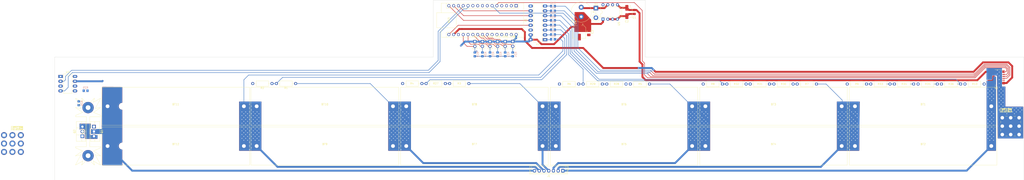
<source format=kicad_pcb>
(kicad_pcb (version 20221018) (generator pcbnew)
  (layers (0 "F.Cu" signal) (31 "B.Cu" signal) (34 "B.Paste" user) (35 "F.Paste" user) (36 "B.SilkS" user "B.Silkscreen") (37 "F.SilkS" user "F.Silkscreen") (38 "B.Mask" user) (39 "F.Mask" user) (44 "Edge.Cuts" user))
  (net 0 "")
  (net 4 "-BATT")
  (net 5 "/M1")
  (net 6 "/M2")
  (net 9 "/~{CS}")
  (net 10 "/D_{IN}")
  (net 11 "/D_{OUT}")
  (net 12 "/CLK")
  (net 13 "+3.3V")
  (net 19 "Net-(Q1-G)")
  (net 20 "Net-(Q1-S)")
  (net 21 "Net-(Q2-G)")
  (net 22 "GND")
  (net 23 "/Cell1")
  (net 24 "Net-(BT3--)")
  (net 25 "/Cell2")
  (net 26 "/Cell3")
  (net 27 "Net-(BT1--)")
  (net 28 "/Cell4")
  (net 29 "Net-(BT1-+)")
  (net 30 "/Cell5")
  (net 31 "Net-(U3-CH0)")
  (net 32 "Net-(U3-CH1)")
  (net 33 "Net-(U3-CH2)")
  (net 34 "Net-(U3-CH3)")
  (net 35 "Net-(U3-CH4)")
  (net 36 "Net-(U3-CH5)")
  (net 37 "Net-(U3-CH6)")
  (net 38 "Net-(BT5--)")
  (net 39 "Net-(U3-CH7)")
  (net 40 "+BATT")
  (net 41 "/OCD1")
  (net 42 "/OCD2")
  (net 43 "Net-(A1-A0)")
  (net 44 "Net-(A1-A1)")
  (net 45 "Net-(A1-A2)")
  (net 46 "Net-(A1-A3)")
  (net 47 "Net-(A1-A4)")
  (net 48 "Net-(A1-A5)")
  (net 49 "+5V")
  (net 50 "Net-(BT10-+)")
  (net 51 "/Cell6")
  (net 52 "Net-(U4-~{OUT_B})")
  (net 53 "Net-(U4-~{OUT_A})")
  (net 54 "Net-(D1-K)")
  (net 58 "/A_{AOUT}")
  (net 59 "/V_{REF}")
  (net 62 "Net-(R27-Pad1)")
  (net 63 "Net-(R28-Pad1)")
  (net 64 "Net-(R30-Pad1)")
  (net 65 "Net-(R33-Pad1)")
  (net 66 "Net-(R28-Pad2)")
  (net 67 "Net-(R30-Pad2)")
  (net 68 "Net-(R31-Pad2)")
  (net 69 "Net-(R33-Pad2)")
  (net 70 "Net-(R34-Pad2)")
  (net 71 "Net-(R35-Pad2)")
  (footprint "Battery:BatteryHolder_MPD_BH-18650-PC2" (layer "F.Cu") (at 288.295 275.05 180)
    (fp_text reference "BT7")
    (fp_text value "Battery_Cell")
  )
  (footprint "Inductor_THT:L_Radial_D10.5mm_P5.00mm_Abacron_AISR-01" (layer "F.Cu") (at 308.72 201.75 -90)
    (fp_text reference "L1")
    (fp_text value "100uH")
  )
  (footprint "Capacitor_SMD:C_1206_3216Metric_Pad1.33x1.80mm_HandSolder" (layer "F.Cu") (at 312.72 214.8 -90)
    (fp_text reference "C3")
    (fp_text value "10n")
  )
  (footprint "Connector_JST:JST_EH_B7B-EH-A_1x07_P2.50mm_Vertical" (layer "F.Cu") (at 299.05 288.1 180)
    (fp_text reference "J1")
    (fp_text value "Balancer Connector")
  )
  (footprint "Capacitor_SMD:CP_Elec_5x5.8" (layer "F.Cu") (at 332.82 204.25 -90)
    (fp_text reference "C2")
    (fp_text value "22uF")
  )
  (footprint "Connector_PinSocket_2.54mm:PinSocket_1x02_P2.54mm_Vertical" (layer "F.Cu") (at 268.54 219.88)
    (fp_text reference "TH5")
    (fp_text value "100k")
  )
  (footprint "Resistor_THT:R_Axial_DIN0207_L6.3mm_D2.5mm_P10.16mm_Horizontal" (layer "F.Cu") (at 145.38 242.05 180)
    (fp_text reference "R2")
    (fp_text value "1M")
  )
  (footprint "Diode_THT:D_DO-15_P5.08mm_Vertical_KathodeUp" (layer "F.Cu") (at 316.47 202.21 -90)
    (fp_text reference "D1")
    (fp_text value "1N5817")
  )
  (footprint "Package_SON:Infineon_PG-TISON-8-5" (layer "F.Cu") (at 528 238.8 180)
    (fp_text reference "U1")
    (fp_text value "TLI4971A050T5UE0001XUMA1")
  )
  (footprint "Package_TO_SOT_THT:TO-220F-3_Vertical" (layer "F.Cu") (at 51.355 264.81 -90)
    (fp_text reference "Q1")
    (fp_text value "IPP015N04NGXKSA1")
  )
  (footprint "Battery:BatteryHolder_MPD_BH-18650-PC2" (layer "F.Cu") (at 288.295 254.05 180)
    (fp_text reference "BT8")
    (fp_text value "Battery_Cell")
  )
  (footprint "Resistor_THT:R_Axial_DIN0207_L6.3mm_D2.5mm_P10.16mm_Horizontal" (layer "F.Cu") (at 420.63 242.3 180)
    (fp_text reference "R30")
    (fp_text value "1M")
  )
  (footprint "Connector_PinSocket_2.54mm:PinSocket_1x02_P2.54mm_Vertical" (layer "F.Cu") (at 260.54 219.88)
    (fp_text reference "TH3")
    (fp_text value "100k")
  )
  (footprint "Resistor_THT:R_Axial_DIN0207_L6.3mm_D2.5mm_P10.16mm_Horizontal" (layer "F.Cu") (at 157.88 242.05 180)
    (fp_text reference "R1")
    (fp_text value "1M")
  )
  (footprint "Resistor_THT:R_Axial_DIN0207_L6.3mm_D2.5mm_P10.16mm_Horizontal" (layer "F.Cu") (at 307.38 242.3 180)
    (fp_text reference "R6")
    (fp_text value "1M")
  )
  (footprint "Resistor_THT:R_Axial_DIN0207_L6.3mm_D2.5mm_P10.16mm_Horizontal" (layer "F.Cu") (at 498.97 242.3)
    (fp_text reference "R36")
    (fp_text value "1M")
  )
  (footprint "Capacitor_SMD:C_0805_2012Metric_Pad1.18x1.45mm_HandSolder" (layer "F.Cu") (at 336.82 204.25 -90)
    (fp_text reference "C1")
    (fp_text value "100nF")
  )
  (footprint "Heatsink:Heatsink_Fischer_SK104-STC-STIC_35x13mm_2xDrill2.5mm" (layer "F.Cu") (at 48.25 267.45 90)
    (fp_text reference "HS1")
    (fp_text value "Heatsink_Pad_2Pin")
  )
  (footprint "Battery:BatteryHolder_MPD_BH-18650-PC2" (layer "F.Cu") (at 367.295 254.05 180)
    (fp_text reference "BT6")
    (fp_text value "Battery_Cell")
  )
  (footprint "Connector_PinSocket_2.54mm:PinSocket_1x02_P2.54mm_Vertical" (layer "F.Cu") (at 272.54 219.84)
    (fp_text reference "TH6")
    (fp_text value "100k")
  )
  (footprint "TerminalBlock_Wuerth:Wuerth_REDCUBE-THR_WP-THRSH_74651195_THR" (layer "F.Cu") (at 535.55 264.55 -90)
    (fp_text reference "J2" hide)
    (fp_text value "74651195R")
  )
  (footprint "Resistor_THT:R_Axial_DIN0207_L6.3mm_D2.5mm_P10.16mm_Horizontal" (layer "F.Cu") (at 395.8 242.3 180)
    (fp_text reference "R32")
    (fp_text value "1M")
  )
  (footprint "Battery:BatteryHolder_MPD_BH-18650-PC2" (layer "F.Cu") (at 446.295 254.05 180)
    (fp_text reference "BT3")
    (fp_text value "Battery_Cell")
  )
  (footprint "Resistor_THT:R_Axial_DIN0207_L6.3mm_D2.5mm_P10.16mm_Horizontal" (layer "F.Cu") (at 474.14 242.3)
    (fp_text reference "R34")
    (fp_text value "1M")
  )
  (footprint "Resistor_THT:R_Axial_DIN0207_L6.3mm_D2.5mm_P10.16mm_Horizontal" (layer "F.Cu") (at 249.38 242.05 180)
    (fp_text reference "R3")
    (fp_text value "1M")
  )
  (footprint "Battery:BatteryHolder_MPD_BH-18650-PC2" (layer "F.Cu") (at 525.295 275.05 180)
    (fp_text reference "BT2")
    (fp_text value "Battery_Cell")
  )
  (footprint "Connector_PinSocket_2.54mm:PinSocket_1x02_P2.54mm_Vertical" (layer "F.Cu") (at 252.54 219.88)
    (fp_text reference "TH1")
    (fp_text value "100k")
  )
  (footprint "Battery:BatteryHolder_MPD_BH-18650-PC2" (layer "F.Cu") (at 130.55 254.05 180)
    (fp_text reference "BT11")
    (fp_text value "Battery_Cell")
  )
  (footprint "Resistor_THT:R_Axial_DIN0207_L6.3mm_D2.5mm_P10.16mm_Horizontal" (layer "F.Cu") (at 432.96 242.3 180)
    (fp_text reference "R7")
    (fp_text value "1M")
  )
  (footprint "Battery:BatteryHolder_MPD_BH-18650-PC2" (layer "F.Cu") (at 209.295 275.05 180)
    (fp_text reference "BT9")
    (fp_text value "Battery_Cell")
  )
  (footprint "Resistor_THT:R_Axial_DIN0207_L6.3mm_D2.5mm_P10.16mm_Horizontal" (layer "F.Cu") (at 511.39 242.3)
    (fp_text reference "R10")
    (fp_text value "1M")
  )
  (footprint "Battery:BatteryHolder_MPD_BH-18650-PC2" (layer "F.Cu") (at 446.295 275.05 180)
    (fp_text reference "BT4")
    (fp_text value "Battery_Cell")
  )
  (footprint "Resistor_THT:R_Axial_DIN0207_L6.3mm_D2.5mm_P10.16mm_Horizontal" (layer "F.Cu") (at 408.13 242.3 180)
    (fp_text reference "R31")
    (fp_text value "1M")
  )
  (footprint "Package_DIP:DIP-8_W7.62mm_LongPads" (layer "F.Cu") (at 33.73 238.31)
    (fp_text reference "U4")
    (fp_text value "TC4427CPA")
  )
  (footprint "Package_DIP:DIP-8_W7.62mm" (layer "F.Cu") (at 320.22 208.05 90)
    (fp_text reference "U5")
    (fp_text value "LM2574HVN-5")
  )
  (footprint "Connector_PinSocket_2.54mm:PinSocket_1x02_P2.54mm_Vertical" (layer "F.Cu") (at 256.54 219.88)
    (fp_text reference "TH2")
    (fp_text value "100k")
  )
  (footprint "TerminalBlock_Wuerth:Wuerth_REDCUBE-THR_WP-THRSH_74651195_THR" (layer "F.Cu") (at 8.3 273.735)
    (fp_text reference "J3" hide)
    (fp_text value "74651195R")
  )
  (footprint "Battery:BatteryHolder_MPD_BH-18650-PC2" (layer "F.Cu") (at 525.295 254.05 180)
    (fp_text reference "BT1")
    (fp_text value "Battery_Cell")
  )
  (footprint "Resistor_THT:R_Axial_DIN0207_L6.3mm_D2.5mm_P10.16mm_Horizontal" (layer "F.Cu") (at 236.96 242.05 180)
    (fp_text reference "R27")
    (fp_text value "1M")
  )
  (footprint "Resistor_THT:R_Axial_DIN0207_L6.3mm_D2.5mm_P10.16mm_Horizontal" (layer "F.Cu") (at 224.55 242.05 180)
    (fp_text reference "R4")
    (fp_text value "1M")
  )
  (footprint "Package_DIP:DIP-16_W7.62mm_LongPads" (layer "F.Cu") (at 289.615 218.88 180)
    (fp_text reference "U3")
    (fp_text value "MCP3008")
  )
  (footprint "Battery:BatteryHolder_MPD_BH-18650-PC2" (layer "F.Cu") (at 209.295 254.05 180)
    (fp_text reference "BT10")
    (fp_text value "Battery_Cell")
  )
  (footprint "Module:Arduino_Nano_WithMountingHoles" (layer "F.Cu") (at 274.35 200.94 -90)
    (fp_text reference "A1")
    (fp_text value "Arduino_Nano_v2.x")
  )
  (footprint "Capacitor_SMD:CP_Elec_6.3x5.8" (layer "F.Cu") (at 307.72 214.8 -90)
    (fp_text reference "C4")
    (fp_text value "220uF")
  )
  (footprint "Resistor_THT:R_Axial_DIN0207_L6.3mm_D2.5mm_P10.16mm_Horizontal" (layer "F.Cu") (at 449.22 242.3)
    (fp_text reference "R9")
    (fp_text value "1M")
  )
  (footprint "Resistor_THT:R_Axial_DIN0207_L6.3mm_D2.5mm_P10.16mm_Horizontal" (layer "F.Cu") (at 319.88 242.3 180)
    (fp_text reference "R29")
    (fp_text value "1M" hide)
  )
  (footprint "Battery:BatteryHolder_MPD_BH-18650-PC2" (layer "F.Cu") (at 130.55 275.05 180)
    (fp_text reference "BT12")
    (fp_text value "Battery_Cell")
  )
  (footprint "Connector_PinSocket_2.54mm:PinSocket_1x02_P2.54mm_Vertical" (layer "F.Cu") (at 264.54 219.88)
    (fp_text reference "TH4")
    (fp_text value "100k")
  )
  (footprint "Resistor_THT:R_Axial_DIN0207_L6.3mm_D2.5mm_P10.16mm_Horizontal" (layer "F.Cu") (at 383.3 242.3 180)
    (fp_text reference "R8")
    (fp_text value "1M")
  )
  (footprint "Resistor_THT:R_Axial_DIN0207_L6.3mm_D2.5mm_P10.16mm_Horizontal" (layer "F.Cu") (at 332.38 242.3 180)
    (fp_text reference "R28")
    (fp_text value "1M")
  )
  (footprint "Package_TO_SOT_THT:TO-220F-3_Vertical" (layer "F.Cu") (at 45.25 269.89 90)
    (fp_text reference "Q2")
    (fp_text value "IPP015N04NGXKSA1")
  )
  (footprint "Battery:BatteryHolder_MPD_BH-18650-PC2" (layer "F.Cu") (at 367.295 275.05 180)
    (fp_text reference "BT5")
    (fp_text value "Battery_Cell")
  )
  (footprint "Resistor_THT:R_Axial_DIN0207_L6.3mm_D2.5mm_P10.16mm_Horizontal" (layer "F.Cu") (at 486.64 242.3)
    (fp_text reference "R35")
    (fp_text value "1M")
  )
  (footprint "Resistor_THT:R_Axial_DIN0207_L6.3mm_D2.5mm_P10.16mm_Horizontal" (layer "F.Cu") (at 461.64 242.3)
    (fp_text reference "R33")
    (fp_text value "1M")
  )
  (footprint "Resistor_THT:R_Axial_DIN0207_L6.3mm_D2.5mm_P10.16mm_Horizontal" (layer "F.Cu") (at 344.8 242.3 180)
    (fp_text reference "R5")
    (fp_text value "1M")
  )
  (footprint "Resistor_SMD:R_0805_2012Metric_Pad1.20x1.40mm_HandSolder" (layer "B.Cu") (at 293.79 206.18 180)
    (fp_text reference "R16")
    (fp_text value "220")
  )
  (footprint "Resistor_SMD:R_0805_2012Metric_Pad1.20x1.40mm_HandSolder" (layer "B.Cu") (at 293.79 201.18 180)
    (fp_text reference "R18")
    (fp_text value "220")
  )
  (footprint "Resistor_SMD:R_0805_2012Metric_Pad1.20x1.40mm_HandSolder" (layer "B.Cu") (at 272.54 226.63 90)
    (fp_text reference "R24")
    (fp_text value "100k")
  )
  (footprint "Resistor_SMD:R_0805_2012Metric_Pad1.20x1.40mm_HandSolder" (layer "B.Cu") (at 293.79 203.68 180)
    (fp_text reference "R17")
    (fp_text value "220")
  )
  (footprint "Resistor_SMD:R_0805_2012Metric_Pad1.20x1.40mm_HandSolder" (layer "B.Cu") (at 293.79 218.68 180)
    (fp_text reference "R11")
    (fp_text value "220")
  )
  (footprint "Resistor_SMD:R_0805_2012Metric_Pad1.20x1.40mm_HandSolder" (layer "B.Cu") (at 293.79 211.18 180)
    (fp_text reference "R14")
    (fp_text value "220")
  )
  (footprint "Resistor_SMD:R_0805_2012Metric_Pad1.20x1.40mm_HandSolder" (layer "B.Cu") (at 268.54 226.63 90)
    (fp_text reference "R23")
    (fp_text value "100k")
  )
  (footprint "Resistor_SMD:R_0805_2012Metric_Pad1.20x1.40mm_HandSolder" (layer "B.Cu") (at 46.95 245.85 180)
    (fp_text reference "R25")
    (fp_text value "3.3Ω")
  )
  (footprint "Resistor_SMD:R_0805_2012Metric_Pad1.20x1.40mm_HandSolder" (layer "B.Cu") (at 260.54 226.63 90)
    (fp_text reference "R21")
    (fp_text value "100k")
  )
  (footprint "Resistor_SMD:R_0805_2012Metric_Pad1.20x1.40mm_HandSolder" (layer "B.Cu") (at 293.79 216.18 180)
    (fp_text reference "R12")
    (fp_text value "220")
  )
  (footprint "Resistor_SMD:R_0805_2012Metric_Pad1.20x1.40mm_HandSolder" (layer "B.Cu") (at 293.79 213.68 180)
    (fp_text reference "R13")
    (fp_text value "220")
  )
  (footprint "Resistor_SMD:R_0805_2012Metric_Pad1.20x1.40mm_HandSolder" (layer "B.Cu") (at 256.54 226.63 90)
    (fp_text reference "R20")
    (fp_text value "100k")
  )
  (footprint "Resistor_SMD:R_0805_2012Metric_Pad1.20x1.40mm_HandSolder" (layer "B.Cu") (at 43.35 252.45 90)
    (fp_text reference "R26")
    (fp_text value "3.3Ω")
  )
  (footprint "Resistor_SMD:R_0805_2012Metric_Pad1.20x1.40mm_HandSolder" (layer "B.Cu") (at 293.79 208.68 180)
    (fp_text reference "R15")
    (fp_text value "220")
  )
  (footprint "Resistor_SMD:R_0805_2012Metric_Pad1.20x1.40mm_HandSolder" (layer "B.Cu") (at 264.54 226.63 90)
    (fp_text reference "R22")
    (fp_text value "100k")
  )
  (footprint "Resistor_SMD:R_0805_2012Metric_Pad1.20x1.40mm_HandSolder" (layer "B.Cu") (at 252.54 226.63 90)
    (fp_text reference "R19")
    (fp_text value "100k")
  )
  (gr_line (start 542.55 228.05) (end 342.55 228.05) (stroke (width 0.1)) (layer "Edge.Cuts"))
  (gr_line (start 542.55 228.05) (end 542.55 293.05) (stroke (width 0.1)) (layer "Edge.Cuts"))
  (gr_line (start 342.55 228.05) (end 342.55 198.05) (stroke (width 0.1)) (layer "Edge.Cuts"))
  (gr_line (start 30.55 228.05) (end 230.55 228.05) (stroke (width 0.1)) (layer "Edge.Cuts"))
  (gr_line (start 230.55 228.05) (end 230.55 198.05) (stroke (width 0.1)) (layer "Edge.Cuts"))
  (gr_line (start 30.55 293.05) (end 30.55 228.05) (stroke (width 0.1)) (layer "Edge.Cuts"))
  (gr_line (start 30.55 293.05) (end 542.55 293.05) (stroke (width 0.1)) (layer "Edge.Cuts"))
  (gr_line (start 230.55 198.05) (end 342.55 198.05) (stroke (width 0.1)) (layer "Edge.Cuts"))
  (gr_text "Batt+" (at 529.55 257.115) (layer "F.SilkS" knockout) (effects (font (size 1.5 1.5) (thickness 0.3) bold) (justify left bottom)))
  (gr_text "Batt-" (at 7.3 266.55) (layer "F.SilkS" knockout) (effects (font (size 1.5 1.5) (thickness 0.3) bold) (justify left bottom)))
  (segment (start 327.84 208.05) (end 322.76 208.05) (width 1) (layer "F.Cu") (net 4))
  (segment (start 332.82 206.45) (end 329.44 206.45) (width 1) (layer "F.Cu") (net 4))
  (segment (start 329.44 206.45) (end 327.84 208.05) (width 1) (layer "F.Cu") (net 4))
  (segment (start 333.9825 205.2875) (end 332.82 206.45) (width 1) (layer "F.Cu") (net 4))
  (segment (start 336.82 205.2875) (end 333.9825 205.2875) (width 1) (layer "F.Cu") (net 4))
  (segment (start 252.54 227.63) (end 272.54 227.63) (width 0.25) (layer "B.Cu") (net 4))
  (segment (start 283.91 288.075) (end 71.575 288.075) (width 1) (layer "B.Cu") (net 4))
  (segment (start 71.575 288.075) (end 58.55 275.05) (width 1) (layer "B.Cu") (net 4))
  (segment (start 246.55 202.65) (end 234.15 215.05) (width 0.25) (layer "B.Cu") (net 5))
  (segment (start 248.15 202.65) (end 246.55 202.65) (width 0.25) (layer "B.Cu") (net 5))
  (segment (start 37.75 238.45) (end 37.75 244.05) (width 0.25) (layer "B.Cu") (net 5))
  (segment (start 234.15 230.45) (end 228.35 236.25) (width 0.25) (layer "B.Cu") (net 5))
  (segment (start 35.87 245.93) (end 33.73 245.93) (width 0.25) (layer "B.Cu") (net 5))
  (segment (start 248.95 201.85) (end 248.15 202.65) (width 0.25) (layer "B.Cu") (net 5))
  (segment (start 228.35 236.25) (end 39.95 236.25) (width 0.25) (layer "B.Cu") (net 5))
  (segment (start 234.15 215.05) (end 234.15 230.45) (width 0.25) (layer "B.Cu") (net 5))
  (segment (start 248.95 200.94) (end 248.95 201.85) (width 0.25) (layer "B.Cu") (net 5))
  (segment (start 37.75 244.05) (end 35.87 245.93) (width 0.25) (layer "B.Cu") (net 5))
  (segment (start 39.95 236.25) (end 37.75 238.45) (width 0.25) (layer "B.Cu") (net 5))
  (segment (start 36.35 238.25) (end 39.55 235.05) (width 0.25) (layer "B.Cu") (net 6))
  (segment (start 233.15 229.85) (end 233.15 214.45) (width 0.25) (layer "B.Cu") (net 6))
  (segment (start 35.55 240.85) (end 36.35 240.05) (width 0.25) (layer "B.Cu") (net 6))
  (segment (start 227.95 235.05) (end 233.15 229.85) (width 0.25) (layer "B.Cu") (net 6))
  (segment (start 233.15 214.45) (end 246.41 201.19) (width 0.25) (layer "B.Cu") (net 6))
  (segment (start 39.55 235.05) (end 227.95 235.05) (width 0.25) (layer "B.Cu") (net 6))
  (segment (start 246.41 201.19) (end 246.41 200.94) (width 0.25) (layer "B.Cu") (net 6))
  (segment (start 33.73 240.85) (end 35.55 240.85) (width 0.25) (layer "B.Cu") (net 6))
  (segment (start 36.35 240.05) (end 36.35 238.25) (width 0.25) (layer "B.Cu") (net 6))
  (segment (start 246.57 203.64) (end 243.87 200.94) (width 0.25) (layer "F.Cu") (net 9))
  (segment (start 281.995 203.64) (end 246.57 203.64) (width 0.25) (layer "F.Cu") (net 9))
  (segment (start 246.57 206.18) (end 241.33 200.94) (width 0.25) (layer "F.Cu") (net 10))
  (segment (start 281.995 206.18) (end 246.57 206.18) (width 0.25) (layer "F.Cu") (net 10))
  (segment (start 246.57 208.72) (end 281.995 208.72) (width 0.25) (layer "F.Cu") (net 11))
  (segment (start 238.79 200.94) (end 246.57 208.72) (width 0.25) (layer "F.Cu") (net 11))
  (segment (start 243.71 211.26) (end 238.79 216.18) (width 0.25) (layer "F.Cu") (net 12))
  (segment (start 281.995 211.26) (end 243.71 211.26) (width 0.25) (layer "F.Cu") (net 12))
  (segment (start 309.75 223.25) (end 311.15 224.65) (width 1) (layer "F.Cu") (net 13))
  (segment (start 347.95 235.85) (end 515.95 235.85) (width 1) (layer "F.Cu") (net 13))
  (segment (start 536.35 238.85) (end 533.4 241.8) (width 1) (layer "F.Cu") (net 13))
  (segment (start 278.95 214.85) (end 278.95 219.45) (width 1) (layer "F.Cu") (net 13))
  (segment (start 245.75 213.25) (end 277.35 213.25) (width 1) (layer "F.Cu") (net 13))
  (segment (start 282.75 223.25) (end 288.55 223.25) (width 1) (layer "F.Cu") (net 13))
  (segment (start 288.55 223.25) (end 309.75 223.25) (width 1) (layer "F.Cu") (net 13))
  (segment (start 536.35 232.85) (end 536.35 238.85) (width 1) (layer "F.Cu") (net 13))
  (segment (start 278.95 219.45) (end 282.75 223.25) (width 1) (layer "F.Cu") (net 13))
  (segment (start 338.35 233.85) (end 338.95 233.85) (width 1) (layer "F.Cu") (net 13))
  (segment (start 311.15 224.65) (end 320.35 233.85) (width 1) (layer "F.Cu") (net 13))
  (segment (start 346.95 234.85) (end 347.95 235.85) (width 1) (layer "F.Cu") (net 13))
  (segment (start 534.35 230.85) (end 536.35 232.85) (width 1) (layer "F.Cu") (net 13))
  (segment (start 533.4 241.8) (end 531.47 241.8) (width 1) (layer "F.Cu") (net 13))
  (segment (start 515.95 235.85) (end 520.95 230.85) (width 1) (layer "F.Cu") (net 13))
  (segment (start 520.95 230.85) (end 534.35 230.85) (width 1) (layer "F.Cu") (net 13))
  (segment (start 244.26 213.25) (end 245.75 213.25) (width 1) (layer "F.Cu") (net 13))
  (segment (start 320.35 233.85) (end 338.35 233.85) (width 1) (layer "F.Cu") (net 13))
  (segment (start 277.35 213.25) (end 278.95 214.85) (width 1) (layer "F.Cu") (net 13))
  (segment (start 241.33 216.18) (end 244.26 213.25) (width 1) (layer "F.Cu") (net 13))
  (via (at 338.95 233.85) (size 0.8) (drill 0.4) (layers "F.Cu" "B.Cu") (net 13))
  (via (at 346.95 234.85) (size 0.8) (drill 0.4) (layers "F.Cu" "B.Cu") (net 13))
  (segment (start 338.95 233.85) (end 345.95 233.85) (width 1) (layer "B.Cu") (net 13))
  (segment (start 345.95 233.85) (end 346.95 234.85) (width 1) (layer "B.Cu") (net 13))
  (via (at 129.5 265) (size 0.8) (drill 0.4) (layers "F.Cu" "B.Cu") (net 23))
  (via (at 130.5 272) (size 0.8) (drill 0.4) (layers "F.Cu" "B.Cu") (net 23))
  (via (at 134.5 254) (size 0.8) (drill 0.4) (layers "F.Cu" "B.Cu") (net 23))
  (via (at 134.5 258) (size 0.8) (drill 0.4) (layers "F.Cu" "B.Cu") (net 23))
  (via (at 129.5 259) (size 0.8) (drill 0.4) (layers "F.Cu" "B.Cu") (net 23))
  (via (at 130.5 270) (size 0.8) (drill 0.4) (layers "F.Cu" "B.Cu") (net 23))
  (via (at 138.5 272) (size 0.8) (drill 0.4) (layers "F.Cu" "B.Cu") (net 23))
  (via (at 134.5 270) (size 0.8) (drill 0.4) (layers "F.Cu" "B.Cu") (net 23))
  (via (at 134.5 262) (size 0.8) (drill 0.4) (layers "F.Cu" "B.Cu") (net 23))
  (via (at 135.5 257) (size 0.8) (drill 0.4) (layers "F.Cu" "B.Cu") (net 23))
  (via (at 134.5 266) (size 0.8) (drill 0.4) (layers "F.Cu" "B.Cu") (net 23))
  (via (at 131.5 257) (size 0.8) (drill 0.4) (layers "F.Cu" "B.Cu") (net 23))
  (via (at 130.5 258) (size 0.8) (drill 0.4) (layers "F.Cu" "B.Cu") (net 23))
  (via (at 136.5 264) (size 0.8) (drill 0.4) (layers "F.Cu" "B.Cu") (net 23))
  (via (at 134.5 268) (size 0.8) (drill 0.4) (layers "F.Cu" "B.Cu") (net 23))
  (via (at 137.5 271) (size 0.8) (drill 0.4) (layers "F.Cu" "B.Cu") (net 23))
  (via (at 133.5 261) (size 0.8) (drill 0.4) (layers "F.Cu" "B.Cu") (net 23))
  (via (at 137.5 261) (size 0.8) (drill 0.4) (layers "F.Cu" "B.Cu") (net 23))
  (via (at 138.5 260) (size 0.8) (drill 0.4) (layers "F.Cu" "B.Cu") (net 23))
  (via (at 137.5 259) (size 0.8) (drill 0.4) (layers "F.Cu" "B.Cu") (net 23))
  (via (at 137.5 263) (size 0.8) (drill 0.4) (layers "F.Cu" "B.Cu") (net 23))
  (via (at 129.5 257) (size 0.8) (drill 0.4) (layers "F.Cu" "B.Cu") (net 23))
  (via (at 129.5 269) (size 0.8) (drill 0.4) (layers "F.Cu" "B.Cu") (net 23))
  (via (at 133.5 275) (size 0.8) (drill 0.4) (layers "F.Cu" "B.Cu") (net 23))
  (via (at 133.5 263) (size 0.8) (drill 0.4) (layers "F.Cu" "B.Cu") (net 23))
  (via (at 130.5 260) (size 0.8) (drill 0.4) (layers "F.Cu" "B.Cu") (net 23))
  (via (at 136.5 272) (size 0.8) (drill 0.4) (layers "F.Cu" "B.Cu") (net 23))
  (via (at 133.5 277) (size 0.8) (drill 0.4) (layers "F.Cu" "B.Cu") (net 23))
  (via (at 138.5 266) (size 0.8) (drill 0.4) (layers "F.Cu" "B.Cu") (net 23))
  (via (at 133.5 257) (size 0.8) (drill 0.4) (layers "F.Cu" "B.Cu") (net 23))
  (via (at 134.5 272) (size 0.8) (drill 0.4) (layers "F.Cu" "B.Cu") (net 23))
  (via (at 129.5 271) (size 0.8) (drill 0.4) (layers "F.Cu" "B.Cu") (net 23))
  (via (at 136.5 266) (size 0.8) (drill 0.4) (layers "F.Cu" "B.Cu") (net 23))
  (via (at 134.5 274) (size 0.8) (drill 0.4) (layers "F.Cu" "B.Cu") (net 23))
  (via (at 136.5 270) (size 0.8) (drill 0.4) (layers "F.Cu" "B.Cu") (net 23))
  (via (at 131.5 263) (size 0.8) (drill 0.4) (layers "F.Cu" "B.Cu") (net 23))
  (via (at 133.5 259) (size 0.8) (drill 0.4) (layers "F.Cu" "B.Cu") (net 23))
  (via (at 131.5 267) (size 0.8) (drill 0.4) (layers "F.Cu" "B.Cu") (net 23))
  (via (at 137.5 267) (size 0.8) (drill 0.4) (layers "F.Cu" "B.Cu") (net 23))
  (via (at 130.5 262) (size 0.8) (drill 0.4) (layers "F.Cu" "B.Cu") (net 23))
  (via (at 135.5 259) (size 0.8) (drill 0.4) (layers "F.Cu" "B.Cu") (net 23))
  (via (at 136.5 260) (size 0.8) (drill 0.4) (layers "F.Cu" "B.Cu") (net 23))
  (via (at 132.5 260) (size 0.8) (drill 0.4) (layers "F.Cu" "B.Cu") (net 23))
  (via (at 137.5 269) (size 0.8) (drill 0.4) (layers "F.Cu" "B.Cu") (net 23))
  (via (at 136.5 268) (size 0.8) (drill 0.4) (layers "F.Cu" "B.Cu") (net 23))
  (via (at 135.5 269) (size 0.8) (drill 0.4) (layers "F.Cu" "B.Cu") (net 23))
  (via (at 131.5 271) (size 0.8) (drill 0.4) (layers "F.Cu" "B.Cu") (net 23))
  (via (at 133.5 269) (size 0.8) (drill 0.4) (layers "F.Cu" "B.Cu") (net 23))
  (via (at 138.5 270) (size 0.8) (drill 0.4) (layers "F.Cu" "B.Cu") (net 23))
  (via (at 129.5 263) (size 0.8) (drill 0.4) (layers "F.Cu" "B.Cu") (net 23))
  (via (at 135.5 265) (size 0.8) (drill 0.4) (layers "F.Cu" "B.Cu") (net 23))
  (via (at 133.5 273) (size 0.8) (drill 0.4) (layers "F.Cu" "B.Cu") (net 23))
  (via (at 132.5 262) (size 0.8) (drill 0.4) (layers "F.Cu" "B.Cu") (net 23))
  (via (at 133.5 265) (size 0.8) (drill 0.4) (layers "F.Cu" "B.Cu") (net 23))
  (via (at 136.5 262) (size 0.8) (drill 0.4) (layers "F.Cu" "B.Cu") (net 23))
  (via (at 130.5 268) (size 0.8) (drill 0.4) (layers "F.Cu" "B.Cu") (net 23))
  (via (at 132.5 272) (size 0.8) (drill 0.4) (layers "F.Cu" "B.Cu") (net 23))
  (via (at 134.5 256) (size 0.8) (drill 0.4) (layers "F.Cu" "B.Cu") (net 23))
  (via (at 135.5 267) (size 0.8) (drill 0.4) (layers "F.Cu" "B.Cu") (net 23))
  (via (at 138.5 268) (size 0.8) (drill 0.4) (layers "F.Cu" "B.Cu") (net 23))
  (via (at 135.5 261) (size 0.8) (drill 0.4) (layers "F.Cu" "B.Cu") (net 23))
  (via (at 133.5 253) (size 0.8) (drill 0.4) (layers "F.Cu" "B.Cu") (net 23))
  (via (at 129.5 261) (size 0.8) (drill 0.4) (layers "F.Cu" "B.Cu") (net 23))
  (via (at 129.5 267) (size 0.8) (drill 0.4) (layers "F.Cu" "B.Cu") (net 23))
  (via (at 131.5 265) (size 0.8) (drill 0.4) (layers "F.Cu" "B.Cu") (net 23))
  (via (at 133.5 255) (size 0.8) (drill 0.4) (layers "F.Cu" "B.Cu") (net 23))
  (via (at 132.5 264) (size 0.8) (drill 0.4) (layers "F.Cu" "B.Cu") (net 23))
  (via (at 133.5 271) (size 0.8) (drill 0.4) (layers "F.Cu" "B.Cu") (net 23))
  (via (at 133.5 267) (size 0.8) (drill 0.4) (layers "F.Cu" "B.Cu") (net 23))
  (via (at 132.5 258) (size 0.8) (drill 0.4) (layers "F.Cu" "B.Cu") (net 23))
  (via (at 138.5 262) (size 0.8) (drill 0.4) (layers "F.Cu" "B.Cu") (net 23))
  (via (at 137.5 257) (size 0.8) (drill 0.4) (layers "F.Cu" "B.Cu") (net 23))
  (via (at 138.5 258) (size 0.8) (drill 0.4) (layers "F.Cu" "B.Cu") (net 23))
  (via (at 132.5 268) (size 0.8) (drill 0.4) (layers "F.Cu" "B.Cu") (net 23))
  (via (at 131.5 269) (size 0.8) (drill 0.4) (layers "F.Cu" "B.Cu") (net 23))
  (via (at 132.5 266) (size 0.8) (drill 0.4) (layers "F.Cu" "B.Cu") (net 23))
  (via (at 134.5 264) (size 0.8) (drill 0.4) (layers "F.Cu" "B.Cu") (net 23))
  (via (at 134.5 276) (size 0.8) (drill 0.4) (layers "F.Cu" "B.Cu") (net 23))
  (via (at 130.5 264) (size 0.8) (drill 0.4) (layers "F.Cu" "B.Cu") (net 23))
  (via (at 135.5 271) (size 0.8) (drill 0.4) (layers "F.Cu" "B.Cu") (net 23))
  (via (at 136.5 258) (size 0.8) (drill 0.4) (layers "F.Cu" "B.Cu") (net 23))
  (via (at 138.5 264) (size 0.8) (drill 0.4) (layers "F.Cu" "B.Cu") (net 23))
  (via (at 135.5 263) (size 0.8) (drill 0.4) (layers "F.Cu" "B.Cu") (net 23))
  (via (at 137.5 265) (size 0.8) (drill 0.4) (layers "F.Cu" "B.Cu") (net 23))
  (via (at 132.5 270) (size 0.8) (drill 0.4) (layers "F.Cu" "B.Cu") (net 23))
  (via (at 130.5 266) (size 0.8) (drill 0.4) (layers "F.Cu" "B.Cu") (net 23))
  (via (at 131.5 259) (size 0.8) (drill 0.4) (layers "F.Cu" "B.Cu") (net 23))
  (via (at 131.5 261) (size 0.8) (drill 0.4) (layers "F.Cu" "B.Cu") (net 23))
  (via (at 134.5 260) (size 0.8) (drill 0.4) (layers "F.Cu" "B.Cu") (net 23))
  (segment (start 299.05 224.8) (end 286.3 237.55) (width 0.25) (layer "B.Cu") (net 23))
  (segment (start 148.295 286.05) (end 137.295 275.05) (width 1) (layer "B.Cu") (net 23))
  (segment (start 133.05 237.55) (end 130.55 240.05) (width 0.25) (layer "B.Cu") (net 23))
  (segment (start 286.3 237.55) (end 133.05 237.55) (width 0.25) (layer "B.Cu") (net 23))
  (segment (start 297.8 218.55) (end 299.05 219.8) (width 0.25) (layer "B.Cu") (net 23))
  (segment (start 284.425 286.05) (end 148.295 286.05) (width 1) (layer "B.Cu") (net 23))
  (segment (start 294.92 218.55) (end 297.8 218.55) (width 0.25) (layer "B.Cu") (net 23))
  (segment (start 299.05 219.8) (end 299.05 224.8) (width 0.25) (layer "B.Cu") (net 23))
  (segment (start 130.55 240.05) (end 130.55 254.05) (width 0.25) (layer "B.Cu") (net 23))
  (segment (start 286.45 288.075) (end 284.425 286.05) (width 1) (layer "B.Cu") (net 23))
  (segment (start 294.79 218.68) (end 294.92 218.55) (width 0.25) (layer "B.Cu") (net 23))
  (via (at 372.5 272) (size 0.8) (drill 0.4) (layers "F.Cu" "B.Cu") (net 24))
  (via (at 368.5 258) (size 0.8) (drill 0.4) (layers "F.Cu" "B.Cu") (net 24))
  (via (at 370.5 270) (size 0.8) (drill 0.4) (layers "F.Cu" "B.Cu") (net 24))
  (via (at 371.5 271) (size 0.8) (drill 0.4) (layers "F.Cu" "B.Cu") (net 24))
  (via (at 375.5 267) (size 0.8) (drill 0.4) (layers "F.Cu" "B.Cu") (net 24))
  (via (at 366.5 270) (size 0.8) (drill 0.4) (layers "F.Cu" "B.Cu") (net 24))
  (via (at 371.5 275) (size 0.8) (drill 0.4) (layers "F.Cu" "B.Cu") (net 24))
  (via (at 366.5 262) (size 0.8) (drill 0.4) (layers "F.Cu" "B.Cu") (net 24))
  (via (at 369.5 261) (size 0.8) (drill 0.4) (layers "F.Cu" "B.Cu") (net 24))
  (via (at 366.5 264) (size 0.8) (drill 0.4) (layers "F.Cu" "B.Cu") (net 24))
  (via (at 374.5 266) (size 0.8) (drill 0.4) (layers "F.Cu" "B.Cu") (net 24))
  (via (at 374.5 264) (size 0.8) (drill 0.4) (layers "F.Cu" "B.Cu") (net 24))
  (via (at 374.5 270) (size 0.8) (drill 0.4) (layers "F.Cu" "B.Cu") (net 24))
  (via (at 369.5 267) (size 0.8) (drill 0.4) (layers "F.Cu" "B.Cu") (net 24))
  (via (at 372.5 266) (size 0.8) (drill 0.4) (layers "F.Cu" "B.Cu") (net 24))
  (via (at 365.5 267) (size 0.8) (drill 0.4) (layers "F.Cu" "B.Cu") (net 24))
  (via (at 367.5 269) (size 0.8) (drill 0.4) (layers "F.Cu" "B.Cu") (net 24))
  (via (at 371.5 273) (size 0.8) (drill 0.4) (layers "F.Cu" "B.Cu") (net 24))
  (via (at 366.5 266) (size 0.8) (drill 0.4) (layers "F.Cu" "B.Cu") (net 24))
  (via (at 367.5 263) (size 0.8) (drill 0.4) (layers "F.Cu" "B.Cu") (net 24))
  (via (at 375.5 258) (size 0.8) (drill 0.4) (layers "F.Cu" "B.Cu") (net 24))
  (via (at 375.5 263) (size 0.8) (drill 0.4) (layers "F.Cu" "B.Cu") (net 24))
  (via (at 366.5 260) (size 0.8) (drill 0.4) (layers "F.Cu" "B.Cu") (net 24))
  (via (at 375.5 260) (size 0.8) (drill 0.4) (layers "F.Cu" "B.Cu") (net 24))
  (via (at 366.5 258) (size 0.8) (drill 0.4) (layers "F.Cu" "B.Cu") (net 24))
  (via (at 372.5 268) (size 0.8) (drill 0.4) (layers "F.Cu" "B.Cu") (net 24))
  (via (at 368.5 270) (size 0.8) (drill 0.4) (layers "F.Cu" "B.Cu") (net 24))
  (via (at 368.5 272) (size 0.8) (drill 0.4) (layers "F.Cu" "B.Cu") (net 24))
  (via (at 374.5 268) (size 0.8) (drill 0.4) (layers "F.Cu" "B.Cu") (net 24))
  (via (at 368.5 266) (size 0.8) (drill 0.4) (layers "F.Cu" "B.Cu") (net 24))
  (via (at 370.5 264) (size 0.8) (drill 0.4) (layers "F.Cu" "B.Cu") (net 24))
  (via (at 371.5 261) (size 0.8) (drill 0.4) (layers "F.Cu" "B.Cu") (net 24))
  (via (at 367.5 271) (size 0.8) (drill 0.4) (layers "F.Cu" "B.Cu") (net 24))
  (via (at 365.5 263) (size 0.8) (drill 0.4) (layers "F.Cu" "B.Cu") (net 24))
  (via (at 365.5 271) (size 0.8) (drill 0.4) (layers "F.Cu" "B.Cu") (net 24))
  (via (at 367.5 267) (size 0.8) (drill 0.4) (layers "F.Cu" "B.Cu") (net 24))
  (via (at 371.5 259) (size 0.8) (drill 0.4) (layers "F.Cu" "B.Cu") (net 24))
  (via (at 370.5 258) (size 0.8) (drill 0.4) (layers "F.Cu" "B.Cu") (net 24))
  (via (at 372.5 260) (size 0.8) (drill 0.4) (layers "F.Cu" "B.Cu") (net 24))
  (via (at 372.5 257) (size 0.8) (drill 0.4) (layers "F.Cu" "B.Cu") (net 24))
  (via (at 370.5 274) (size 0.8) (drill 0.4) (layers "F.Cu" "B.Cu") (net 24))
  (via (at 367.5 265) (size 0.8) (drill 0.4) (layers "F.Cu" "B.Cu") (net 24))
  (via (at 374.5 262) (size 0.8) (drill 0.4) (layers "F.Cu" "B.Cu") (net 24))
  (via (at 369.5 271) (size 0.8) (drill 0.4) (layers "F.Cu" "B.Cu") (net 24))
  (via (at 370.5 268) (size 0.8) (drill 0.4) (layers "F.Cu" "B.Cu") (net 24))
  (via (at 375.5 271) (size 0.8) (drill 0.4) (layers "F.Cu" "B.Cu") (net 24))
  (via (at 375.5 265) (size 0.8) (drill 0.4) (layers "F.Cu" "B.Cu") (net 24))
  (via (at 368.5 264) (size 0.8) (drill 0.4) (layers "F.Cu" "B.Cu") (net 24))
  (via (at 367.5 259) (size 0.8) (drill 0.4) (layers "F.Cu" "B.Cu") (net 24))
  (via (at 371.5 254) (size 0.8) (drill 0.4) (layers "F.Cu" "B.Cu") (net 24))
  (via (at 370.5 276) (size 0.8) (drill 0.4) (layers "F.Cu" "B.Cu") (net 24))
  (via (at 369.5 259) (size 0.8) (drill 0.4) (layers "F.Cu" "B.Cu") (net 24))
  (via (at 366.5 268) (size 0.8) (drill 0.4) (layers "F.Cu" "B.Cu") (net 24))
  (via (at 371.5 263) (size 0.8) (drill 0.4) (layers "F.Cu" "B.Cu") (net 24))
  (via (at 373.5 258) (size 0.8) (drill 0.4) (layers "F.Cu" "B.Cu") (net 24))
  (via (at 372.5 270) (size 0.8) (drill 0.4) (layers "F.Cu" "B.Cu") (net 24))
  (via (at 371.5 256) (size 0.8) (drill 0.4) (layers "F.Cu" "B.Cu") (net 24))
  (via (at 366.5 272) (size 0.8) (drill 0.4) (layers "F.Cu" "B.Cu") (net 24))
  (via (at 369.5 263) (size 0.8) (drill 0.4) (layers "F.Cu" "B.Cu") (net 24))
  (via (at 373.5 267) (size 0.8) (drill 0.4) (layers "F.Cu" "B.Cu") (net 24))
  (via (at 369.5 269) (size 0.8) (drill 0.4) (layers "F.Cu" "B.Cu") (net 24))
  (via (at 370.5 262) (size 0.8) (drill 0.4) (layers "F.Cu" "B.Cu") (net 24))
  (via (at 365.5 269) (size 0.8) (drill 0.4) (layers "F.Cu" "B.Cu") (net 24))
  (via (at 374.5 257) (size 0.8) (drill 0.4) (layers "F.Cu" "B.Cu") (net 24))
  (via (at 369.5 257) (size 0.8) (drill 0.4) (layers "F.Cu" "B.Cu") (net 24))
  (via (at 373.5 269) (size 0.8) (drill 0.4) (layers "F.Cu" "B.Cu") (net 24))
  (via (at 369.5 265) (size 0.8) (drill 0.4) (layers "F.Cu" "B.Cu") (net 24))
  (via (at 373.5 271) (size 0.8) (drill 0.4) (layers "F.Cu" "B.Cu") (net 24))
  (via (at 370.5 253) (size 0.8) (drill 0.4) (layers "F.Cu" "B.Cu") (net 24))
  (via (at 371.5 265) (size 0.8) (drill 0.4) (layers "F.Cu" "B.Cu") (net 24))
  (via (at 374.5 259) (size 0.8) (drill 0.4) (layers "F.Cu" "B.Cu") (net 24))
  (via (at 368.5 260) (size 0.8) (drill 0.4) (layers "F.Cu" "B.Cu") (net 24))
  (via (at 368.5 268) (size 0.8) (drill 0.4) (layers "F.Cu" "B.Cu") (net 24))
  (via (at 371.5 267) (size 0.8) (drill 0.4) (layers "F.Cu" "B.Cu") (net 24))
  (via (at 367.5 261) (size 0.8) (drill 0.4) (layers "F.Cu" "B.Cu") (net 24))
  (via (at 370.5 272) (size 0.8) (drill 0.4) (layers "F.Cu" "B.Cu") (net 24))
  (via (at 365.5 261) (size 0.8) (drill 0.4) (layers "F.Cu" "B.Cu") (net 24))
  (via (at 370.5 255) (size 0.8) (drill 0.4) (layers "F.Cu" "B.Cu") (net 24))
  (via (at 365.5 265) (size 0.8) (drill 0.4) (layers "F.Cu" "B.Cu") (net 24))
  (via (at 368.5 262) (size 0.8) (drill 0.4) (layers "F.Cu" "B.Cu") (net 24))
  (via (at 370.5 266) (size 0.8) (drill 0.4) (layers "F.Cu" "B.Cu") (net 24))
  (via (at 372.5 262) (size 0.8) (drill 0.4) (layers "F.Cu" "B.Cu") (net 24))
  (via (at 373.5 263) (size 0.8) (drill 0.4) (layers "F.Cu" "B.Cu") (net 24))
  (via (at 374.5 272) (size 0.8) (drill 0.4) (layers "F.Cu" "B.Cu") (net 24))
  (via (at 371.5 269) (size 0.8) (drill 0.4) (layers "F.Cu" "B.Cu") (net 24))
  (via (at 370.5 260) (size 0.8) (drill 0.4) (layers "F.Cu" "B.Cu") (net 24))
  (via (at 365.5 259) (size 0.8) (drill 0.4) (layers "F.Cu" "B.Cu") (net 24))
  (via (at 367.5 257) (size 0.8) (drill 0.4) (layers "F.Cu" "B.Cu") (net 24))
  (via (at 372.5 264) (size 0.8) (drill 0.4) (layers "F.Cu" "B.Cu") (net 24))
  (via (at 371.5 277) (size 0.8) (drill 0.4) (layers "F.Cu" "B.Cu") (net 24))
  (via (at 373.5 265) (size 0.8) (drill 0.4) (layers "F.Cu" "B.Cu") (net 24))
  (via (at 365.5 257) (size 0.8) (drill 0.4) (layers "F.Cu" "B.Cu") (net 24))
  (via (at 373.5 261) (size 0.8) (drill 0.4) (layers "F.Cu" "B.Cu") (net 24))
  (via (at 375.5 269) (size 0.8) (drill 0.4) (layers "F.Cu" "B.Cu") (net 24))
  (segment (start 355.545 242.3) (end 355.7975 242.5525) (width 0.25) (layer "B.Cu") (net 24))
  (segment (start 294.07 286.53) (end 296.55 284.05) (width 1) (layer "B.Cu") (net 24))
  (segment (start 344.8 242.3) (end 355.545 242.3) (width 0.25) (layer "B.Cu") (net 24))
  (segment (start 296.55 284.05) (end 358.295 284.05) (width 1) (layer "B.Cu") (net 24))
  (segment (start 358.295 284.05) (end 367.295 275.05) (width 1) (layer "B.Cu") (net 24))
  (segment (start 294.07 288.075) (end 294.07 286.53) (width 1) (layer "B.Cu") (net 24))
  (segment (start 355.7975 242.5525) (end 367.295 254.05) (width 0.25) (layer "B.Cu") (net 24))
  (segment (start 300.05 218.3) (end 297.93 216.18) (width 0.25) (layer "B.Cu") (net 25))
  (segment (start 147.72 242.05) (end 150.97 238.8) (width 0.25) (layer "B.Cu") (net 25))
  (segment (start 287.3 238.8) (end 300.05 226.05) (width 0.25) (layer "B.Cu") (net 25))
  (segment (start 300.05 226.05) (end 300.05 218.3) (width 0.25) (layer "B.Cu") (net 25))
  (segment (start 147.72 242.05) (end 145.38 242.05) (width 0.25) (layer "B.Cu") (net 25))
  (segment (start 150.97 238.8) (end 287.3 238.8) (width 0.25) (layer "B.Cu") (net 25))
  (segment (start 297.93 216.18) (end 294.79 216.18) (width 0.25) (layer "B.Cu") (net 25))
  (segment (start 287.8 240.05) (end 301.05 226.8) (width 0.25) (layer "B.Cu") (net 26))
  (segment (start 297.93 213.68) (end 294.79 213.68) (width 0.25) (layer "B.Cu") (net 26))
  (segment (start 226.8 242.05) (end 228.8 240.05) (width 0.25) (layer "B.Cu") (net 26))
  (segment (start 301.05 216.8) (end 297.93 213.68) (width 0.25) (layer "B.Cu") (net 26))
  (segment (start 301.05 226.8) (end 301.05 216.8) (width 0.25) (layer "B.Cu") (net 26))
  (segment (start 228.8 240.05) (end 287.8 240.05) (width 0.25) (layer "B.Cu") (net 26))
  (segment (start 224.55 242.05) (end 226.8 242.05) (width 0.25) (layer "B.Cu") (net 26))
  (via (at 450.5 277) (size 0.8) (drill 0.4) (layers "F.Cu" "B.Cu") (net 27))
  (via (at 445.5 260) (size 0.8) (drill 0.4) (layers "F.Cu" "B.Cu") (net 27))
  (via (at 450.5 275) (size 0.8) (drill 0.4) (layers "F.Cu" "B.Cu") (net 27))
  (via (at 449.5 260) (size 0.8) (drill 0.4) (layers "F.Cu" "B.Cu") (net 27))
  (via (at 448.5 259) (size 0.8) (drill 0.4) (layers "F.Cu" "B.Cu") (net 27))
  (via (at 448.5 267) (size 0.8) (drill 0.4) (layers "F.Cu" "B.Cu") (net 27))
  (via (at 444.5 259) (size 0.8) (drill 0.4) (layers "F.Cu" "B.Cu") (net 27))
  (via (at 452.5 265) (size 0.8) (drill 0.4) (layers "F.Cu" "B.Cu") (net 27))
  (via (at 448.5 263) (size 0.8) (drill 0.4) (layers "F.Cu" "B.Cu") (net 27))
  (via (at 446.5 269) (size 0.8) (drill 0.4) (layers "F.Cu" "B.Cu") (net 27))
  (via (at 447.5 258) (size 0.8) (drill 0.4) (layers "F.Cu" "B.Cu") (net 27))
  (via (at 450.5 265) (size 0.8) (drill 0.4) (layers "F.Cu" "B.Cu") (net 27))
  (via (at 454.5 269) (size 0.8) (drill 0.4) (layers "F.Cu" "B.Cu") (net 27))
  (via (at 450.5 256) (size 0.8) (drill 0.4) (layers "F.Cu" "B.Cu") (net 27))
  (via (at 451.5 260) (size 0.8) (drill 0.4) (layers "F.Cu" "B.Cu") (net 27))
  (via (at 449.5 255) (size 0.8) (drill 0.4) (layers "F.Cu" "B.Cu") (net 27))
  (via (at 452.5 271) (size 0.8) (drill 0.4) (layers "F.Cu" "B.Cu") (net 27))
  (via (at 447.5 260) (size 0.8) (drill 0.4) (layers "F.Cu" "B.Cu") (net 27))
  (via (at 451.5 272) (size 0.8) (drill 0.4) (layers "F.Cu" "B.Cu") (net 27))
  (via (at 451.5 266) (size 0.8) (drill 0.4) (layers "F.Cu" "B.Cu") (net 27))
  (via (at 446.5 263) (size 0.8) (drill 0.4) (layers "F.Cu" "B.Cu") (net 27))
  (via (at 444.5 263) (size 0.8) (drill 0.4) (layers "F.Cu" "B.Cu") (net 27))
  (via (at 448.5 265) (size 0.8) (drill 0.4) (layers "F.Cu" "B.Cu") (net 27))
  (via (at 449.5 270) (size 0.8) (drill 0.4) (layers "F.Cu" "B.Cu") (net 27))
  (via (at 453.5 272) (size 0.8) (drill 0.4) (layers "F.Cu" "B.Cu") (net 27))
  (via (at 453.5 257) (size 0.8) (drill 0.4) (layers "F.Cu" "B.Cu") (net 27))
  (via (at 449.5 268) (size 0.8) (drill 0.4) (layers "F.Cu" "B.Cu") (net 27))
  (via (at 450.5 263) (size 0.8) (drill 0.4) (layers "F.Cu" "B.Cu") (net 27))
  (via (at 452.5 263) (size 0.8) (drill 0.4) (layers "F.Cu" "B.Cu") (net 27))
  (via (at 450.5 271) (size 0.8) (drill 0.4) (layers "F.Cu" "B.Cu") (net 27))
  (via (at 449.5 262) (size 0.8) (drill 0.4) (layers "F.Cu" "B.Cu") (net 27))
  (via (at 453.5 264) (size 0.8) (drill 0.4) (layers "F.Cu" "B.Cu") (net 27))
  (via (at 448.5 271) (size 0.8) (drill 0.4) (layers "F.Cu" "B.Cu") (net 27))
  (via (at 447.5 268) (size 0.8) (drill 0.4) (layers "F.Cu" "B.Cu") (net 27))
  (via (at 450.5 261) (size 0.8) (drill 0.4) (layers "F.Cu" "B.Cu") (net 27))
  (via (at 451.5 270) (size 0.8) (drill 0.4) (layers "F.Cu" "B.Cu") (net 27))
  (via (at 444.5 271) (size 0.8) (drill 0.4) (layers "F.Cu" "B.Cu") (net 27))
  (via (at 445.5 264) (size 0.8) (drill 0.4) (layers "F.Cu" "B.Cu") (net 27))
  (via (at 454.5 263) (size 0.8) (drill 0.4) (layers "F.Cu" "B.Cu") (net 27))
  (via (at 445.5 262) (size 0.8) (drill 0.4) (layers "F.Cu" "B.Cu") (net 27))
  (via (at 454.5 258) (size 0.8) (drill 0.4) (layers "F.Cu" "B.Cu") (net 27))
  (via (at 448.5 257) (size 0.8) (drill 0.4) (layers "F.Cu" "B.Cu") (net 27))
  (via (at 449.5 274) (size 0.8) (drill 0.4) (layers "F.Cu" "B.Cu") (net 27))
  (via (at 453.5 266) (size 0.8) (drill 0.4) (layers "F.Cu" "B.Cu") (net 27))
  (via (at 451.5 257) (size 0.8) (drill 0.4) (layers "F.Cu" "B.Cu") (net 27))
  (via (at 453.5 270) (size 0.8) (drill 0.4) (layers "F.Cu" "B.Cu") (net 27))
  (via (at 454.5 260) (size 0.8) (drill 0.4) (layers "F.Cu" "B.Cu") (net 27))
  (via (at 452.5 261) (size 0.8) (drill 0.4) (layers "F.Cu" "B.Cu") (net 27))
  (via (at 450.5 273) (size 0.8) (drill 0.4) (layers "F.Cu" "B.Cu") (net 27))
  (via (at 453.5 262) (size 0.8) (drill 0.4) (layers "F.Cu" "B.Cu") (net 27))
  (via (at 448.5 261) (size 0.8) (drill 0.4) (layers "F.Cu" "B.Cu") (net 27))
  (via (at 446.5 261) (size 0.8) (drill 0.4) (layers "F.Cu" "B.Cu") (net 27))
  (via (at 447.5 264) (size 0.8) (drill 0.4) (layers "F.Cu" "B.Cu") (net 27))
  (via (at 450.5 254) (size 0.8) (drill 0.4) (layers "F.Cu" "B.Cu") (net 27))
  (via (at 451.5 268) (size 0.8) (drill 0.4) (layers "F.Cu" "B.Cu") (net 27))
  (via (at 452.5 269) (size 0.8) (drill 0.4) (layers "F.Cu" "B.Cu") (net 27))
  (via (at 451.5 264) (size 0.8) (drill 0.4) (layers "F.Cu" "B.Cu") (net 27))
  (via (at 446.5 267) (size 0.8) (drill 0.4) (layers "F.Cu" "B.Cu") (net 27))
  (via (at 447.5 262) (size 0.8) (drill 0.4) (layers "F.Cu" "B.Cu") (net 27))
  (via (at 447.5 272) (size 0.8) (drill 0.4) (layers "F.Cu" "B.Cu") (net 27))
  (via (at 450.5 259) (size 0.8) (drill 0.4) (layers "F.Cu" "B.Cu") (net 27))
  (via (at 445.5 272) (size 0.8) (drill 0.4) (layers "F.Cu" "B.Cu") (net 27))
  (via (at 444.5 265) (size 0.8) (drill 0.4) (layers "F.Cu" "B.Cu") (net 27))
  (via (at 446.5 257) (size 0.8) (drill 0.4) (layers "F.Cu" "B.Cu") (net 27))
  (via (at 453.5 259) (size 0.8) (drill 0.4) (layers "F.Cu" "B.Cu") (net 27))
  (via (at 447.5 270) (size 0.8) (drill 0.4) (layers "F.Cu" "B.Cu") (net 27))
  (via (at 444.5 267) (size 0.8) (drill 0.4) (layers "F.Cu" "B.Cu") (net 27))
  (via (at 444.5 257) (size 0.8) (drill 0.4) (layers "F.Cu" "B.Cu") (net 27))
  (via (at 445.5 266) (size 0.8) (drill 0.4) (layers "F.Cu" "B.Cu") (net 27))
  (via (at 454.5 271) (size 0.8) (drill 0.4) (layers "F.Cu" "B.Cu") (net 27))
  (via (at 446.5 259) (size 0.8) (drill 0.4) (layers "F.Cu" "B.Cu") (net 27))
  (via (at 450.5 267) (size 0.8) (drill 0.4) (layers "F.Cu" "B.Cu") (net 27))
  (via (at 445.5 270) (size 0.8) (drill 0.4) (layers "F.Cu" "B.Cu") (net 27))
  (via (at 449.5 258) (size 0.8) (drill 0.4) (layers "F.Cu" "B.Cu") (net 27))
  (via (at 449.5 272) (size 0.8) (drill 0.4) (layers "F.Cu" "B.Cu") (net 27))
  (via (at 452.5 258) (size 0.8) (drill 0.4) (layers "F.Cu" "B.Cu") (net 27))
  (via (at 450.5 269) (size 0.8) (drill 0.4) (layers "F.Cu" "B.Cu") (net 27))
  (via (at 445.5 258) (size 0.8) (drill 0.4) (layers "F.Cu" "B.Cu") (net 27))
  (via (at 454.5 267) (size 0.8) (drill 0.4) (layers "F.Cu" "B.Cu") (net 27))
  (via (at 447.5 266) (size 0.8) (drill 0.4) (layers "F.Cu" "B.Cu") (net 27))
  (via (at 444.5 261) (size 0.8) (drill 0.4) (layers "F.Cu" "B.Cu") (net 27))
  (via (at 446.5 265) (size 0.8) (drill 0.4) (layers "F.Cu" "B.Cu") (net 27))
  (via (at 454.5 265) (size 0.8) (drill 0.4) (layers "F.Cu" "B.Cu") (net 27))
  (via (at 449.5 276) (size 0.8) (drill 0.4) (layers "F.Cu" "B.Cu") (net 27))
  (via (at 452.5 267) (size 0.8) (drill 0.4) (layers "F.Cu" "B.Cu") (net 27))
  (via (at 448.5 269) (size 0.8) (drill 0.4) (layers "F.Cu" "B.Cu") (net 27))
  (via (at 446.5 271) (size 0.8) (drill 0.4) (layers "F.Cu" "B.Cu") (net 27))
  (via (at 453.5 268) (size 0.8) (drill 0.4) (layers "F.Cu" "B.Cu") (net 27))
  (via (at 449.5 264) (size 0.8) (drill 0.4) (layers "F.Cu" "B.Cu") (net 27))
  (via (at 444.5 269) (size 0.8) (drill 0.4) (layers "F.Cu" "B.Cu") (net 27))
  (via (at 451.5 262) (size 0.8) (drill 0.4) (layers "F.Cu" "B.Cu") (net 27))
  (via (at 449.5 253) (size 0.8) (drill 0.4) (layers "F.Cu" "B.Cu") (net 27))
  (via (at 445.5 268) (size 0.8) (drill 0.4) (layers "F.Cu" "B.Cu") (net 27))
  (via (at 449.5 266) (size 0.8) (drill 0.4) (layers "F.Cu" "B.Cu") (net 27))
  (segment (start 297.432919 286.05) (end 435.295 286.05) (width 1) (layer "B.Cu") (net 27))
  (segment (start 446.55 250.8) (end 446.55 253.795) (width 0.25) (layer "B.Cu") (net 27))
  (segment (start 438.05 242.3) (end 446.55 250.8) (width 0.25) (layer "B.Cu") (net 27))
  (segment (start 432.96 242.3) (end 438.05 242.3) (width 0.25) (layer "B.Cu") (net 27))
  (segment (start 296.61 286.872919) (end 297.432919 286.05) (width 1) (layer "B.Cu") (net 27))
  (segment (start 446.55 253.795) (end 446.295 254.05) (width 0.25) (layer "B.Cu") (net 27))
  (segment (start 435.295 286.05) (end 446.295 275.05) (width 1) (layer "B.Cu") (net 27))
  (segment (start 296.61 288.075) (end 296.61 286.872919) (width 1) (layer "B.Cu") (net 27))
  (segment (start 309.72 234.47) (end 302.05 226.8) (width 0.25) (layer "B.Cu") (net 28))
  (segment (start 302.05 215.8) (end 302.05 226.05) (width 0.25) (layer "B.Cu") (net 28))
  (segment (start 294.79 211.18) (end 297.43 211.18) (width 0.25) (layer "B.Cu") (net 28))
  (segment (start 309.72 242.3) (end 307.38 242.3) (width 0.25) (layer "B.Cu") (net 28))
  (segment (start 302.05 226.05) (end 302.05 226.8) (width 0.25) (layer "B.Cu") (net 28))
  (segment (start 309.72 242.3) (end 309.72 234.47) (width 0.25) (layer "B.Cu") (net 28))
  (segment (start 297.43 211.18) (end 302.05 215.8) (width 0.25) (layer "B.Cu") (net 28))
  (via (at 523.5 245) (size 0.8) (drill 0.4) (layers "F.Cu" "B.Cu") (net 29))
  (via (at 523.5 265) (size 0.8) (drill 0.4) (layers "F.Cu" "B.Cu") (net 29))
  (via (at 525.5 261) (size 0.8) (drill 0.4) (layers "F.Cu" "B.Cu") (net 29))
  (via (at 524.5 258) (size 0.8) (drill 0.4) (layers "F.Cu" "B.Cu") (net 29))
  (via (at 526.5 264) (size 0.8) (drill 0.4) (layers "F.Cu" "B.Cu") (net 29))
  (via (at 524.5 248) (size 0.8) (drill 0.4) (layers "F.Cu" "B.Cu") (net 29))
  (via (at 524.5 270) (size 0.8) (drill 0.4) (layers "F.Cu" "B.Cu") (net 29))
  (via (at 524.5 260) (size 0.8) (drill 0.4) (layers "F.Cu" "B.Cu") (net 29))
  (via (at 526.5 268) (size 0.8) (drill 0.4) (layers "F.Cu" "B.Cu") (net 29))
  (via (at 526.5 262) (size 0.8) (drill 0.4) (layers "F.Cu" "B.Cu") (net 29))
  (via (at 524.5 264) (size 0.8) (drill 0.4) (layers "F.Cu" "B.Cu") (net 29))
  (via (at 525.5 267) (size 0.8) (drill 0.4) (layers "F.Cu" "B.Cu") (net 29))
  (via (at 525.5 271) (size 0.8) (drill 0.4) (layers "F.Cu" "B.Cu") (net 29))
  (via (at 525.5 245) (size 0.8) (drill 0.4) (layers "F.Cu" "B.Cu") (net 29))
  (via (at 524.5 250) (size 0.8) (drill 0.4) (layers "F.Cu" "B.Cu") (net 29))
  (via (at 526.5 270) (size 0.8) (drill 0.4) (layers "F.Cu" "B.Cu") (net 29))
  (via (at 526.5 260) (size 0.8) (drill 0.4) (layers "F.Cu" "B.Cu") (net 29))
  (via (at 523.5 261) (size 0.8) (drill 0.4) (layers "F.Cu" "B.Cu") (net 29))
  (via (at 525.5 263) (size 0.8) (drill 0.4) (layers "F.Cu" "B.Cu") (net 29))
  (via (at 525.5 247) (size 0.8) (drill 0.4) (layers "F.Cu" "B.Cu") (net 29))
  (via (at 523.5 249) (size 0.8) (drill 0.4) (layers "F.Cu" "B.Cu") (net 29))
  (via (at 526.5 250) (size 0.8) (drill 0.4) (layers "F.Cu" "B.Cu") (net 29))
  (via (at 523.5 263) (size 0.8) (drill 0.4) (layers "F.Cu" "B.Cu") (net 29))
  (via (at 524.5 268) (size 0.8) (drill 0.4) (layers "F.Cu" "B.Cu") (net 29))
  (via (at 523.5 267) (size 0.8) (drill 0.4) (layers "F.Cu" "B.Cu") (net 29))
  (via (at 524.5 266) (size 0.8) (drill 0.4) (layers "F.Cu" "B.Cu") (net 29))
  (via (at 524.5 262) (size 0.8) (drill 0.4) (layers "F.Cu" "B.Cu") (net 29))
  (via (at 523.5 247) (size 0.8) (drill 0.4) (layers "F.Cu" "B.Cu") (net 29))
  (via (at 523.5 271) (size 0.8) (drill 0.4) (layers "F.Cu" "B.Cu") (net 29))
  (via (at 525.5 265) (size 0.8) (drill 0.4) (layers "F.Cu" "B.Cu") (net 29))
  (via (at 526.5 272) (size 0.8) (drill 0.4) (layers "F.Cu" "B.Cu") (net 29))
  (via (at 525.5 257) (size 0.8) (drill 0.4) (layers "F.Cu" "B.Cu") (net 29))
  (via (at 525.5 249) (size 0.8) (drill 0.4) (layers "F.Cu" "B.Cu") (net 29))
  (via (at 525.5 259) (size 0.8) (drill 0.4) (layers "F.Cu" "B.Cu") (net 29))
  (via (at 524.5 246) (size 0.8) (drill 0.4) (layers "F.Cu" "B.Cu") (net 29))
  (via (at 525.5 251) (size 0.8) (drill 0.4) (layers "F.Cu" "B.Cu") (net 29))
  (via (at 526.5 246) (size 0.8) (drill 0.4) (layers "F.Cu" "B.Cu") (net 29))
  (via (at 526.5 266) (size 0.8) (drill 0.4) (layers "F.Cu" "B.Cu") (net 29))
  (via (at 524.5 272) (size 0.8) (drill 0.4) (layers "F.Cu" "B.Cu") (net 29))
  (via (at 523.5 269) (size 0.8) (drill 0.4) (layers "F.Cu" "B.Cu") (net 29))
  (via (at 523.5 259) (size 0.8) (drill 0.4) (layers "F.Cu" "B.Cu") (net 29))
  (via (at 526.5 258) (size 0.8) (drill 0.4) (layers "F.Cu" "B.Cu") (net 29))
  (via (at 523.5 257) (size 0.8) (drill 0.4) (layers "F.Cu" "B.Cu") (net 29))
  (via (at 525.5 269) (size 0.8) (drill 0.4) (layers "F.Cu" "B.Cu") (net 29))
  (via (at 526.5 248) (size 0.8) (drill 0.4) (layers "F.Cu" "B.Cu") (net 29))
  (segment (start 299.15 288.075) (end 299.175 288.05) (width 1) (layer "B.Cu") (net 29))
  (segment (start 512.295 288.05) (end 525.295 275.05) (width 1) (layer "B.Cu") (net 29))
  (segment (start 299.175 288.05) (end 512.295 288.05) (width 1) (layer "B.Cu") (net 29))
  (segment (start 383.55 242.3) (end 385.64 242.3) (width 0.25) (layer "B.Cu") (net 30))
  (segment (start 381.8 240.55) (end 317.3 240.55) (width 0.25) (layer "B.Cu") (net 30))
  (segment (start 383.3 242.3) (end 385.64 242.3) (width 0.25) (layer "B.Cu") (net 30))
  (segment (start 302.95 226.2) (end 302.95 214.2) (width 0.25) (layer "B.Cu") (net 30))
  (segment (start 302.95 214.2) (end 297.43 208.68) (width 0.25) (layer "B.Cu") (net 30))
  (segment (start 383.55 242.3) (end 381.8 240.55) (width 0.25) (layer "B.Cu") (net 30))
  (segment (start 317.3 240.55) (end 302.95 226.2) (width 0.25) (layer "B.Cu") (net 30))
  (segment (start 297.43 208.68) (end 294.79 208.68) (width 0.25) (layer "B.Cu") (net 30))
  (segment (start 292.59 218.88) (end 289.615 218.88) (width 0.25) (layer "B.Cu") (net 31))
  (segment (start 292.79 218.68) (end 292.59 218.88) (width 0.25) (layer "B.Cu") (net 31))
  (segment (start 292.79 216.18) (end 292.63 216.34) (width 0.25) (layer "B.Cu") (net 32))
  (segment (start 292.63 216.34) (end 289.615 216.34) (width 0.25) (layer "B.Cu") (net 32))
  (segment (start 292.67 213.8) (end 289.615 213.8) (width 0.25) (layer "B.Cu") (net 33))
  (segment (start 292.79 213.68) (end 292.67 213.8) (width 0.25) (layer "B.Cu") (net 33))
  (segment (start 292.79 211.18) (end 292.71 211.26) (width 0.25) (layer "B.Cu") (net 34))
  (segment (start 292.71 211.26) (end 289.615 211.26) (width 0.25) (layer "B.Cu") (net 34))
  (segment (start 292.75 208.72) (end 289.615 208.72) (width 0.25) (layer "B.Cu") (net 35))
  (segment (start 292.79 208.68) (end 292.75 208.72) (width 0.25) (layer "B.Cu") (net 35))
  (segment (start 292.79 206.18) (end 289.615 206.18) (width 0.25) (layer "B.Cu") (net 36))
  (segment (start 292.79 203.68) (end 292.75 203.64) (width 0.25) (layer "B.Cu") (net 37))
  (segment (start 292.75 203.64) (end 289.615 203.64) (width 0.25) (layer "B.Cu") (net 37))
  (via (at 288.5 263) (size 0.8) (drill 0.4) (layers "F.Cu" "B.Cu") (net 38))
  (via (at 294.5 265) (size 0.8) (drill 0.4) (layers "F.Cu" "B.Cu") (net 38))
  (via (at 287.5 260) (size 0.8) (drill 0.4) (layers "F.Cu" "B.Cu") (net 38))
  (via (at 293.5 257) (size 0.8) (drill 0.4) (layers "F.Cu" "B.Cu") (net 38))
  (via (at 289.5 262) (size 0.8) (drill 0.4) (layers "F.Cu" "B.Cu") (net 38))
  (via (at 292.5 271) (size 0.8) (drill 0.4) (layers "F.Cu" "B.Cu") (net 38))
  (via (at 292.5 261) (size 0.8) (drill 0.4) (layers "F.Cu" "B.Cu") (net 38))
  (via (at 288.5 271) (size 0.8) (drill 0.4) (layers "F.Cu" "B.Cu") (net 38))
  (via (at 286.5 269) (size 0.8) (drill 0.4) (layers "F.Cu" "B.Cu") (net 38))
  (via (at 295.5 259) (size 0.8) (drill 0.4) (layers "F.Cu" "B.Cu") (net 38))
  (via (at 290.5 267) (size 0.8) (drill 0.4) (layers "F.Cu" "B.Cu") (net 38))
  (via (at 293.5 260) (size 0.8) (drill 0.4) (layers "F.Cu" "B.Cu") (net 38))
  (via (at 290.5 261) (size 0.8) (drill 0.4) (layers "F.Cu" "B.Cu") (net 38))
  (via (at 295.5 257) (size 0.8) (drill 0.4) (layers "F.Cu" "B.Cu") (net 38))
  (via (at 292.5 254) (size 0.8) (drill 0.4) (layers "F.Cu" "B.Cu") (net 38))
  (via (at 292.5 263) (size 0.8) (drill 0.4) (layers "F.Cu" "B.Cu") (net 38))
  (via (at 286.5 259) (size 0.8) (drill 0.4) (layers "F.Cu" "B.Cu") (net 38))
  (via (at 290.5 265) (size 0.8) (drill 0.4) (layers "F.Cu" "B.Cu") (net 38))
  (via (at 291.5 272) (size 0.8) (drill 0.4) (layers "F.Cu" "B.Cu") (net 38))
  (via (at 296.5 269) (size 0.8) (drill 0.4) (layers "F.Cu" "B.Cu") (net 38))
  (via (at 296.5 271) (size 0.8) (drill 0.4) (layers "F.Cu" "B.Cu") (net 38))
  (via (at 286.5 267) (size 0.8) (drill 0.4) (layers "F.Cu" "B.Cu") (net 38))
  (via (at 294.5 263) (size 0.8) (drill 0.4) (layers "F.Cu" "B.Cu") (net 38))
  (via (at 294.5 271) (size 0.8) (drill 0.4) (layers "F.Cu" "B.Cu") (net 38))
  (via (at 292.5 275) (size 0.8) (drill 0.4) (layers "F.Cu" "B.Cu") (net 38))
  (via (at 293.5 272) (size 0.8) (drill 0.4) (layers "F.Cu" "B.Cu") (net 38))
  (via (at 286.5 265) (size 0.8) (drill 0.4) (layers "F.Cu" "B.Cu") (net 38))
  (via (at 287.5 272) (size 0.8) (drill 0.4) (layers "F.Cu" "B.Cu") (net 38))
  (via (at 289.5 268) (size 0.8) (drill 0.4) (layers "F.Cu" "B.Cu") (net 38))
  (via (at 288.5 261) (size 0.8) (drill 0.4) (layers "F.Cu" "B.Cu") (net 38))
  (via (at 296.5 267) (size 0.8) (drill 0.4) (layers "F.Cu" "B.Cu") (net 38))
  (via (at 294.5 267) (size 0.8) (drill 0.4) (layers "F.Cu" "B.Cu") (net 38))
  (via (at 289.5 272) (size 0.8) (drill 0.4) (layers "F.Cu" "B.Cu") (net 38))
  (via (at 289.5 258) (size 0.8) (drill 0.4) (layers "F.Cu" "B.Cu") (net 38))
  (via (at 296.5 265) (size 0.8) (drill 0.4) (layers "F.Cu" "B.Cu") (net 38))
  (via (at 287.5 262) (size 0.8) (drill 0.4) (layers "F.Cu" "B.Cu") (net 38))
  (via (at 295.5 264) (size 0.8) (drill 0.4) (layers "F.Cu" "B.Cu") (net 38))
  (via (at 290.5 263) (size 0.8) (drill 0.4) (layers "F.Cu" "B.Cu") (net 38))
  (via (at 292.5 265) (size 0.8) (drill 0.4) (layers "F.Cu" "B.Cu") (net 38))
  (via (at 293.5 266) (size 0.8) (drill 0.4) (layers "F.Cu" "B.Cu") (net 38))
  (via (at 288.5 259) (size 0.8) (drill 0.4) (layers "F.Cu" "B.Cu") (net 38))
  (via (at 295.5 262) (size 0.8) (drill 0.4) (layers "F.Cu" "B.Cu") (net 38))
  (via (at 296.5 258) (size 0.8) (drill 0.4) (layers "F.Cu" "B.Cu") (net 38))
  (via (at 292.5 259) (size 0.8) (drill 0.4) (layers "F.Cu" "B.Cu") (net 38))
  (via (at 291.5 258) (size 0.8) (drill 0.4) (layers "F.Cu" "B.Cu") (net 38))
  (via (at 288.5 267) (size 0.8) (drill 0.4) (layers "F.Cu" "B.Cu") (net 38))
  (via (at 291.5 255) (size 0.8) (drill 0.4) (layers "F.Cu" "B.Cu") (net 38))
  (via (at 286.5 257) (size 0.8) (drill 0.4) (layers "F.Cu" "B.Cu") (net 38))
  (via (at 292.5 277) (size 0.8) (drill 0.4) (layers "F.Cu" "B.Cu") (net 38))
  (via (at 287.5 268) (size 0.8) (drill 0.4) (layers "F.Cu" "B.Cu") (net 38))
  (via (at 288.5 257) (size 0.8) (drill 0.4) (layers "F.Cu" "B.Cu") (net 38))
  (via (at 287.5 266) (size 0.8) (drill 0.4) (layers "F.Cu" "B.Cu") (net 38))
  (via (at 287.5 270) (size 0.8) (drill 0.4) (layers "F.Cu" "B.Cu") (net 38))
  (via (at 293.5 268) (size 0.8) (drill 0.4) (layers "F.Cu" "B.Cu") (net 38))
  (via (at 291.5 274) (size 0.8) (drill 0.4) (layers "F.Cu" "B.Cu") (net 38))
  (via (at 295.5 270) (size 0.8) (drill 0.4) (layers "F.Cu" "B.Cu") (net 38))
  (via (at 289.5 260) (size 0.8) (drill 0.4) (layers "F.Cu" "B.Cu") (net 38))
  (via (at 294.5 269) (size 0.8) (drill 0.4) (layers "F.Cu" "B.Cu") (net 38))
  (via (at 293.5 270) (size 0.8) (drill 0.4) (layers "F.Cu" "B.Cu") (net 38))
  (via (at 292.5 256) (size 0.8) (drill 0.4) (layers "F.Cu" "B.Cu") (net 38))
  (via (at 293.5 264) (size 0.8) (drill 0.4) (layers "F.Cu" "B.Cu") (net 38))
  (via (at 289.5 264) (size 0.8) (drill 0.4) (layers "F.Cu" "B.Cu") (net 38))
  (via (at 294.5 258) (size 0.8) (drill 0.4) (layers "F.Cu" "B.Cu") (net 38))
  (via (at 290.5 271) (size 0.8) (drill 0.4) (layers "F.Cu" "B.Cu") (net 38))
  (via (at 287.5 264) (size 0.8) (drill 0.4) (layers "F.Cu" "B.Cu") (net 38))
  (via (at 292.5 273) (size 0.8) (drill 0.4) (layers "F.Cu" "B.Cu") (net 38))
  (via (at 291.5 262) (size 0.8) (drill 0.4) (layers "F.Cu" "B.Cu") (net 38))
  (via (at 288.5 265) (size 0.8) (drill 0.4) (layers "F.Cu" "B.Cu") (net 38))
  (via (at 290.5 257) (size 0.8) (drill 0.4) (layers "F.Cu" "B.Cu") (net 38))
  (via (at 286.5 261) (size 0.8) (drill 0.4) (layers "F.Cu" "B.Cu") (net 38))
  (via (at 291.5 270) (size 0.8) (drill 0.4) (layers "F.Cu" "B.Cu") (net 38))
  (via (at 290.5 269) (size 0.8) (drill 0.4) (layers "F.Cu" "B.Cu") (net 38))
  (via (at 291.5 276) (size 0.8) (drill 0.4) (layers "F.Cu" "B.Cu") (net 38))
  (via (at 289.5 266) (size 0.8) (drill 0.4) (layers "F.Cu" "B.Cu") (net 38))
  (via (at 286.5 263) (size 0.8) (drill 0.4) (layers "F.Cu" "B.Cu") (net 38))
  (via (at 286.5 271) (size 0.8) (drill 0.4) (layers "F.Cu" "B.Cu") (net 38))
  (via (at 295.5 272) (size 0.8) (drill 0.4) (layers "F.Cu" "B.Cu") (net 38))
  (via (at 292.5 267) (size 0.8) (drill 0.4) (layers "F.Cu" "B.Cu") (net 38))
  (via (at 295.5 266) (size 0.8) (drill 0.4) (layers "F.Cu" "B.Cu") (net 38))
  (via (at 291.5 253) (size 0.8) (drill 0.4) (layers "F.Cu" "B.Cu") (net 38))
  (via (at 292.5 269) (size 0.8) (drill 0.4) (layers "F.Cu" "B.Cu") (net 38))
  (via (at 291.5 268) (size 0.8) (drill 0.4) (layers "F.Cu" "B.Cu") (net 38))
  (via (at 293.5 262) (size 0.8) (drill 0.4) (layers "F.Cu" "B.Cu") (net 38))
  (via (at 291.5 264) (size 0.8) (drill 0.4) (layers "F.Cu" "B.Cu") (net 38))
  (via (at 287.5 258) (size 0.8) (drill 0.4) (layers "F.Cu" "B.Cu") (net 38))
  (via (at 291.5 266) (size 0.8) (drill 0.4) (layers "F.Cu" "B.Cu") (net 38))
  (via (at 296.5 260) (size 0.8) (drill 0.4) (layers "F.Cu" "B.Cu") (net 38))
  (via (at 295.5 268) (size 0.8) (drill 0.4) (layers "F.Cu" "B.Cu") (net 38))
  (via (at 291.5 260) (size 0.8) (drill 0.4) (layers "F.Cu" "B.Cu") (net 38))
  (via (at 289.5 270) (size 0.8) (drill 0.4) (layers "F.Cu" "B.Cu") (net 38))
  (via (at 288.5 269) (size 0.8) (drill 0.4) (layers "F.Cu" "B.Cu") (net 38))
  (via (at 290.5 259) (size 0.8) (drill 0.4) (layers "F.Cu" "B.Cu") (net 38))
  (via (at 294.5 261) (size 0.8) (drill 0.4) (layers "F.Cu" "B.Cu") (net 38))
  (via (at 296.5 263) (size 0.8) (drill 0.4) (layers "F.Cu" "B.Cu") (net 38))
  (segment (start 288.295 254.05) (end 276.295 242.05) (width 0.25) (layer "B.Cu") (net 38))
  (segment (start 291.53 288.075) (end 288.295 284.84) (width 1) (layer "B.Cu") (net 38))
  (segment (start 288.295 284.84) (end 288.295 275.05) (width 1) (layer "B.Cu") (net 38))
  (segment (start 276.295 242.05) (end 249.38 242.05) (width 0.25) (layer "B.Cu") (net 38))
  (segment (start 292.79 201.18) (end 292.71 201.1) (width 0.25) (layer "B.Cu") (net 39))
  (segment (start 292.71 201.1) (end 289.615 201.1) (width 0.25) (layer "B.Cu") (net 39))
  (segment (start 522.365 235.835) (end 517.9 240.3) (width 1) (layer "F.Cu") (net 40))
  (segment (start 332.82 202.05) (end 329.46 202.05) (width 1) (layer "F.Cu") (net 40))
  (segment (start 329.46 202.05) (end 327.84 200.43) (width 1) (layer "F.Cu") (net 40))
  (segment (start 341.05 238.55) (end 341.05 231.95) (width 1) (layer "F.Cu") (net 40))
  (segment (start 337.8825 203.2125) (end 336.82 203.2125) (width 1) (layer "F.Cu") (net 40))
  (segment (start 342.8 240.3) (end 341.05 238.55) (width 1) (layer "F.Cu") (net 40))
  (segment (start 336.82 203.2125) (end 333.9825 203.2125) (width 1) (layer "F.Cu") (net 40))
  (segment (start 517.9 240.3) (end 342.8 240.3) (width 1) (layer "F.Cu") (net 40))
  (segment (start 341.05 231.95) (end 339.55 230.45) (width 1) (layer "F.Cu") (net 40))
  (segment (start 525.25 235.835) (end 522.365 235.835) (width 1) (layer "F.Cu") (net 40))
  (segment (start 333.9825 203.2125) (end 332.82 202.05) (width 1) (layer "F.Cu") (net 40))
  (segment (start 339.55 230.45) (end 339.55 204.88) (width 1) (layer "F.Cu") (net 40))
  (segment (start 339.55 204.88) (end 337.8825 203.2125) (width 1) (layer "F.Cu") (net 40))
  (via (at 531.5 250) (size 0.8) (drill 0.4) (layers "F.Cu" "B.Cu") (net 40))
  (via (at 529.5 254) (size 0.8) (drill 0.4) (layers "F.Cu" "B.Cu") (net 40))
  (via (at 529.5 236) (size 0.8) (drill 0.4) (layers "F.Cu" "B.Cu") (net 40))
  (via (at 540.5 257) (size 0.8) (drill 0.4) (layers "F.Cu" "B.Cu") (net 40))
  (via (at 531.5 246) (size 0.8) (drill 0.4) (layers "F.Cu" "B.Cu") (net 40))
  (via (at 529.5 248) (size 0.8) (drill 0.4) (layers "F.Cu" "B.Cu") (net 40))
  (via (at 529.5 252) (size 0.8) (drill 0.4) (layers "F.Cu" "B.Cu") (net 40))
  (via (at 529.5 256) (size 0.8) (drill 0.4) (layers "F.Cu" "B.Cu") (net 40))
  (via (at 529.5 240) (size 0.8) (drill 0.4) (layers "F.Cu" "B.Cu") (net 40))
  (via (at 535.5 256) (size 0.8) (drill 0.4) (layers "F.Cu" "B.Cu") (net 40))
  (via (at 532.5 257) (size 0.8) (drill 0.4) (layers "F.Cu" "B.Cu") (net 40))
  (via (at 531.5 256) (size 0.8) (drill 0.4) (layers "F.Cu" "B.Cu") (net 40))
  (via (at 532.5 255) (size 0.8) (drill 0.4) (layers "F.Cu" "B.Cu") (net 40))
  (via (at 536.5 255) (size 0.8) (drill 0.4) (layers "F.Cu" "B.Cu") (net 40))
  (via (at 529.5 242) (size 0.8) (drill 0.4) (layers "F.Cu" "B.Cu") (net 40))
  (via (at 537.5 258) (size 0.8) (drill 0.4) (layers "F.Cu" "B.Cu") (net 40))
  (via (at 540.5 255) (size 0.8) (drill 0.4) (layers "F.Cu" "B.Cu") (net 40))
  (via (at 531.5 254) (size 0.8) (drill 0.4) (layers "F.Cu" "B.Cu") (net 40))
  (via (at 530.5 253) (size 0.8) (drill 0.4) (layers "F.Cu" "B.Cu") (net 40))
  (via (at 530.5 247) (size 0.8) (drill 0.4) (layers "F.Cu" "B.Cu") (net 40))
  (via (at 529.5 238) (size 0.8) (drill 0.4) (layers "F.Cu" "B.Cu") (net 40))
  (via (at 530.5 245) (size 0.8) (drill 0.4) (layers "F.Cu" "B.Cu") (net 40))
  (via (at 531.5 252) (size 0.8) (drill 0.4) (layers "F.Cu" "B.Cu") (net 40))
  (via (at 537.5 256) (size 0.8) (drill 0.4) (layers "F.Cu" "B.Cu") (net 40))
  (via (at 536.5 257) (size 0.8) (drill 0.4) (layers "F.Cu" "B.Cu") (net 40))
  (via (at 529.5 250) (size 0.8) (drill 0.4) (layers "F.Cu" "B.Cu") (net 40))
  (via (at 530.5 251) (size 0.8) (drill 0.4) (layers "F.Cu" "B.Cu") (net 40))
  (via (at 538.5 257) (size 0.8) (drill 0.4) (layers "F.Cu" "B.Cu") (net 40))
  (via (at 534.5 255) (size 0.8) (drill 0.4) (layers "F.Cu" "B.Cu") (net 40))
  (via (at 541.5 256) (size 0.8) (drill 0.4) (layers "F.Cu" "B.Cu") (net 40))
  (via (at 529.5 244) (size 0.8) (drill 0.4) (layers "F.Cu" "B.Cu") (net 40))
  (via (at 528.5 235) (size 0.8) (drill 0.4) (layers "F.Cu" "B.Cu") (net 40))
  (via (at 538.5 255) (size 0.8) (drill 0.4) (layers "F.Cu" "B.Cu") (net 40))
  (via (at 539.5 256) (size 0.8) (drill 0.4) (layers "F.Cu" "B.Cu") (net 40))
  (via (at 534.5 257) (size 0.8) (drill 0.4) (layers "F.Cu" "B.Cu") (net 40))
  (via (at 528.5 237) (size 0.8) (drill 0.4) (layers "F.Cu" "B.Cu") (net 40))
  (via (at 530.5 255) (size 0.8) (drill 0.4) (layers "F.Cu" "B.Cu") (net 40))
  (via (at 531.5 248) (size 0.8) (drill 0.4) (layers "F.Cu" "B.Cu") (net 40))
  (via (at 533.5 256) (size 0.8) (drill 0.4) (layers "F.Cu" "B.Cu") (net 40))
  (via (at 530.5 257) (size 0.8) (drill 0.4) (layers "F.Cu" "B.Cu") (net 40))
  (via (at 533.5 258) (size 0.8) (drill 0.4) (layers "F.Cu" "B.Cu") (net 40))
  (via (at 529.5 246) (size 0.8) (drill 0.4) (layers "F.Cu" "B.Cu") (net 40))
  (via (at 530.5 249) (size 0.8) (drill 0.4) (layers "F.Cu" "B.Cu") (net 40))
  (segment (start 532.95 233.05) (end 533.95 234.05) (width 0.25) (layer "F.Cu") (net 41))
  (segment (start 343.75 236.85) (end 345.35 238.45) (width 0.25) (layer "F.Cu") (net 41))
  (segment (start 533.3 237.3) (end 531.8 237.3) (width 0.25) (layer "F.Cu") (net 41))
  (segment (start 516.55 238.45) (end 521.95 233.05) (width 0.25) (layer "F.Cu") (net 41))
  (segment (start 343.75 236.65) (end 343.75 236.85) (width 0.25) (layer "F.Cu") (net 41))
  (segment (start 345.35 238.45) (end 516.55 238.45) (width 0.25) (layer "F.Cu") (net 41))
  (segment (start 521.95 233.05) (end 532.95 233.05) (width 0.25) (layer "F.Cu") (net 41))
  (segment (start 533.95 234.05) (end 533.95 236.65) (width 0.25) (layer "F.Cu") (net 41))
  (segment (start 533.95 236.65) (end 533.3 237.3) (width 0.25) (layer "F.Cu") (net 41))
  (via (at 343.75 236.65) (size 0.8) (drill 0.4) (layers "F.Cu" "B.Cu") (net 41))
  (segment (start 299.15 204.85) (end 265.56 204.85) (width 0.25) (layer "B.Cu") (net 41))
  (segment (start 304.95 224.85) (end 304.95 210.65) (width 0.25) (layer "B.Cu") (net 41))
  (segment (start 265.56 204.85) (end 261.65 200.94) (width 0.25) (layer "B.Cu") (net 41))
  (segment (start 316.75 236.65) (end 304.95 224.85) (width 0.25) (layer "B.Cu") (net 41))
  (segment (start 304.95 210.65) (end 299.15 204.85) (width 0.25) (layer "B.Cu") (net 41))
  (segment (start 343.75 236.65) (end 316.75 236.65) (width 0.25) (layer "B.Cu") (net 41))
  (segment (start 340.95 203.45) (end 336.75 199.25) (width 0.25) (layer "F.Cu") (net 42))
  (segment (start 531.47 235.8) (end 533 235.8) (width 0.25) (layer "F.Cu") (net 42))
  (segment (start 533 235.8) (end 533.35 235.45) (width 0.25) (layer "F.Cu") (net 42))
  (segment (start 343.75 239.05) (end 342.15 237.45) (width 0.25) (layer "F.Cu") (net 42))
  (segment (start 342.15 231.25) (end 340.95 230.05) (width 0.25) (layer "F.Cu") (net 42))
  (segment (start 533.35 235.45) (end 533.35 234.25) (width 0.25) (layer "F.Cu") (net 42))
  (segment (start 533.35 234.25) (end 532.75 233.65) (width 0.25) (layer "F.Cu") (net 42))
  (segment (start 342.15 237.45) (end 342.15 231.25) (width 0.25) (layer "F.Cu") (net 42))
  (segment (start 340.95 230.05) (end 340.95 203.45) (width 0.25) (layer "F.Cu") (net 42))
  (segment (start 263.46 200.94) (end 264.19 200.94) (width 0.25) (layer "F.Cu") (net 42))
  (segment (start 336.75 199.25) (end 265.15 199.25) (width 0.25) (layer "F.Cu") (net 42))
  (segment (start 522.15 233.65) (end 516.75 239.05) (width 0.25) (layer "F.Cu") (net 42))
  (segment (start 532.75 233.65) (end 522.15 233.65) (width 0.25) (layer "F.Cu") (net 42))
  (segment (start 516.75 239.05) (end 343.75 239.05) (width 0.25) (layer "F.Cu") (net 42))
  (segment (start 265.15 199.25) (end 263.46 200.94) (width 0.25) (layer "F.Cu") (net 42))
  (segment (start 246.41 220.41) (end 248.42 222.42) (width 0.25) (layer "F.Cu") (net 43))
  (segment (start 246.41 216.18) (end 246.41 220.41) (width 0.25) (layer "F.Cu") (net 43))
  (segment (start 248.42 222.42) (end 252.54 222.42) (width 0.25) (layer "F.Cu") (net 43))
  (via (at 253.428844 225.025754) (size 0.8) (drill 0.4) (layers "F.Cu" "B.Cu") (net 43))
  (segment (start 252.54 225.63) (end 252.54 222.42) (width 0.25) (layer "B.Cu") (net 43))
  (segment (start 248.95 219.95) (end 250.245 221.245) (width 0.25) (layer "F.Cu") (net 44))
  (segment (start 250.245 221.245) (end 254.495 221.245) (width 0.25) (layer "F.Cu") (net 44))
  (segment (start 248.95 216.18) (end 248.95 219.95) (width 0.25) (layer "F.Cu") (net 44))
  (segment (start 254.495 221.245) (end 255.67 222.42) (width 0.25) (layer "F.Cu") (net 44))
  (segment (start 255.67 222.42) (end 256.54 222.42) (width 0.25) (layer "F.Cu") (net 44))
  (segment (start 256.54 225.63) (end 256.54 222.42) (width 0.25) (layer "B.Cu") (net 44))
  (segment (start 259.67 222.42) (end 260.54 222.42) (width 0.25) (layer "F.Cu") (net 45))
  (segment (start 254.8 220.49) (end 255.365 221.055) (width 0.25) (layer "F.Cu") (net 45))
  (segment (start 254.8 219.49) (end 254.8 220.49) (width 0.25) (layer "F.Cu") (net 45))
  (segment (start 255.365 221.055) (end 258.305 221.055) (width 0.25) (layer "F.Cu") (net 45))
  (segment (start 251.49 216.18) (end 254.8 219.49) (width 0.25) (layer "F.Cu") (net 45))
  (segment (start 258.305 221.055) (end 259.67 222.42) (width 0.25) (layer "F.Cu") (net 45))
  (segment (start 260.54 225.63) (end 260.54 222.42) (width 0.25) (layer "B.Cu") (net 45))
  (segment (start 259.495 221.245) (end 258.55 220.3) (width 0.25) (layer "F.Cu") (net 46))
  (segment (start 264.54 222.42) (end 263.42 222.42) (width 0.25) (layer "F.Cu") (net 46))
  (segment (start 262.245 221.245) (end 259.495 221.245) (width 0.25) (layer "F.Cu") (net 46))
  (segment (start 258.55 220.3) (end 258.55 219.55) (width 0.25) (layer "F.Cu") (net 46))
  (segment (start 263.42 222.42) (end 262.245 221.245) (width 0.25) (layer "F.Cu") (net 46))
  (segment (start 255.9 218.05) (end 254.03 216.18) (width 0.25) (layer "F.Cu") (net 46))
  (segment (start 258.55 219.55) (end 257.05 218.05) (width 0.25) (layer "F.Cu") (net 46))
  (segment (start 257.05 218.05) (end 255.9 218.05) (width 0.25) (layer "F.Cu") (net 46))
  (segment (start 264.54 222.42) (end 264.54 225.63) (width 0.25) (layer "B.Cu") (net 46))
  (segment (start 262.3 219.29) (end 262.3 220.05) (width 0.25) (layer "F.Cu") (net 47))
  (segment (start 258.94 218.55) (end 261.56 218.55) (width 0.25) (layer "F.Cu") (net 47))
  (segment (start 261.56 218.55) (end 262.3 219.29) (width 0.25) (layer "F.Cu") (net 47))
  (segment (start 266.245 221.245) (end 267.05 222.05) (width 0.25) (layer "F.Cu") (net 47))
  (segment (start 263.495 221.245) (end 266.245 221.245) (width 0.25) (layer "F.Cu") (net 47))
  (segment (start 268.17 222.05) (end 268.54 222.42) (width 0.25) (layer "F.Cu") (net 47))
  (segment (start 256.57 216.18) (end 258.94 218.55) (width 0.25) (layer "F.Cu") (net 47))
  (segment (start 267.05 222.05) (end 268.17 222.05) (width 0.25) (layer "F.Cu") (net 47))
  (segment (start 262.3 220.05) (end 263.495 221.245) (width 0.25) (layer "F.Cu") (net 47))
  (segment (start 268.54 225.63) (end 268.54 222.42) (width 0.25) (layer "B.Cu") (net 47))
  (segment (start 270.05 221.3) (end 271.46 221.3) (width 0.25) (layer "F.Cu") (net 48))
  (segment (start 266.3 219.29) (end 266.3 220.05) (width 0.25) (layer "F.Cu") (net 48))
  (segment (start 271.46 221.3) (end 272.54 222.38) (width 0.25) (layer "F.Cu") (net 48))
  (segment (start 259.8 218.05) (end 262.05 218.05) (width 0.25) (layer "F.Cu") (net 48))
  (segment (start 267.495 221.245) (end 269.995 221.245) (width 0.25) (layer "F.Cu") (net 48))
  (segment (start 259.11 216.18) (end 259.11 217.36) (width 0.25) (layer "F.Cu") (net 48))
  (segment (start 259.11 217.36) (end 259.8 218.05) (width 0.25) (layer "F.Cu") (net 48))
  (segment (start 266.3 220.05) (end 267.495 221.245) (width 0.25) (layer "F.Cu") (net 48))
  (segment (start 262.705 218.705) (end 265.715 218.705) (width 0.25) (layer "F.Cu") (net 48))
  (segment (start 269.995 221.245) (end 270.05 221.3) (width 0.25) (layer "F.Cu") (net 48))
  (segment (start 262.05 218.05) (end 262.705 218.705) (width 0.25) (layer "F.Cu") (net 48))
  (segment (start 265.715 218.705) (end 266.3 219.29) (width 0.25) (layer "F.Cu") (net 48))
  (segment (start 272.54 222.38) (end 272.54 225.63) (width 0.25) (layer "B.Cu") (net 48))
  (segment (start 313.72 210.55) (end 319.22 210.55) (width 1) (layer "F.Cu") (net 49))
  (segment (start 294.35 221.25) (end 287.75 221.25) (width 1) (layer "F.Cu") (net 49))
  (segment (start 287.75 221.25) (end 285.38 218.88) (width 1) (layer "F.Cu") (net 49))
  (segment (start 303.5 212.1) (end 294.35 221.25) (width 1) (layer "F.Cu") (net 49))
  (segment (start 312.72 213.7625) (end 312.72 211.55) (width 1) (layer "F.Cu") (net 49))
  (segment (start 312.72 211.55) (end 313.72 210.55) (width 1) (layer "F.Cu") (net 49))
  (segment (start 285.38 218.88) (end 281.995 218.88) (width 1) (layer "F.Cu") (net 49))
  (segment (start 319.22 210.55) (end 320.22 209.55) (width 1) (layer "F.Cu") (net 49))
  (segment (start 320.22 209.55) (end 320.22 208.05) (width 1) (layer "F.Cu") (net 49))
  (segment (start 307.72 212.1) (end 303.5 212.1) (width 1) (layer "F.Cu") (net 49))
  (via (at 245.15 222.05) (size 0.8) (drill 0.4) (layers "F.Cu" "B.Cu") (net 49))
  (segment (start 281.995 218.88) (end 281.995 216.34) (width 1) (layer "B.Cu") (net 49))
  (segment (start 281.995 218.88) (end 281.035 219.84) (width 1) (layer "B.Cu") (net 49))
  (segment (start 252.54 219.88) (end 272.5 219.88) (width 1) (layer "B.Cu") (net 49))
  (segment (start 252.54 219.88) (end 247.32 219.88) (width 1) (layer "B.Cu") (net 49))
  (segment (start 247.32 219.88) (end 245.15 222.05) (width 1) (layer "B.Cu") (net 49))
  (segment (start 277.95 219.84) (end 272.54 219.84) (width 1) (layer "B.Cu") (net 49))
  (segment (start 274.35 218.03) (end 272.54 219.84) (width 0.25) (layer "B.Cu") (net 49))
  (segment (start 274.35 218.03) (end 272.5 219.88) (width 1) (layer "B.Cu") (net 49))
  (segment (start 281.035 219.84) (end 277.95 219.84) (width 1) (layer "B.Cu") (net 49))
  (segment (start 274.35 216.18) (end 274.35 218.03) (width 1) (layer "B.Cu") (net 49))
  (segment (start 272.5 219.88) (end 272.54 219.84) (width 1) (layer "B.Cu") (net 49))
  (via (at 215.5 267) (size 0.8) (drill 0.4) (layers "F.Cu" "B.Cu") (net 50))
  (via (at 213.5 269) (size 0.8) (drill 0.4) (layers "F.Cu" "B.Cu") (net 50))
  (via (at 211.5 259) (size 0.8) (drill 0.4) (layers "F.Cu" "B.Cu") (net 50))
  (via (at 210.5 272) (size 0.8) (drill 0.4) (layers "F.Cu" "B.Cu") (net 50))
  (via (at 208.5 262) (size 0.8) (drill 0.4) (layers "F.Cu" "B.Cu") (net 50))
  (via (at 212.5 274) (size 0.8) (drill 0.4) (layers "F.Cu" "B.Cu") (net 50))
  (via (at 217.5 271) (size 0.8) (drill 0.4) (layers "F.Cu" "B.Cu") (net 50))
  (via (at 214.5 264) (size 0.8) (drill 0.4) (layers "F.Cu" "B.Cu") (net 50))
  (via (at 212.5 262) (size 0.8) (drill 0.4) (layers "F.Cu" "B.Cu") (net 50))
  (via (at 212.5 258) (size 0.8) (drill 0.4) (layers "F.Cu" "B.Cu") (net 50))
  (via (at 212.5 276) (size 0.8) (drill 0.4) (layers "F.Cu" "B.Cu") (net 50))
  (via (at 207.5 267) (size 0.8) (drill 0.4) (layers "F.Cu" "B.Cu") (net 50))
  (via (at 210.5 258) (size 0.8) (drill 0.4) (layers "F.Cu" "B.Cu") (net 50))
  (via (at 210.5 262) (size 0.8) (drill 0.4) (layers "F.Cu" "B.Cu") (net 50))
  (via (at 209.5 267) (size 0.8) (drill 0.4) (layers "F.Cu" "B.Cu") (net 50))
  (via (at 217.5 258) (size 0.8) (drill 0.4) (layers "F.Cu" "B.Cu") (net 50))
  (via (at 216.5 272) (size 0.8) (drill 0.4) (layers "F.Cu" "B.Cu") (net 50))
  (via (at 210.5 270) (size 0.8) (drill 0.4) (layers "F.Cu" "B.Cu") (net 50))
  (via (at 208.5 272) (size 0.8) (drill 0.4) (layers "F.Cu" "B.Cu") (net 50))
  (via (at 210.5 268) (size 0.8) (drill 0.4) (layers "F.Cu" "B.Cu") (net 50))
  (via (at 211.5 261) (size 0.8) (drill 0.4) (layers "F.Cu" "B.Cu") (net 50))
  (via (at 211.5 269) (size 0.8) (drill 0.4) (layers "F.Cu" "B.Cu") (net 50))
  (via (at 214.5 262) (size 0.8) (drill 0.4) (layers "F.Cu" "B.Cu") (net 50))
  (via (at 213.5 275) (size 0.8) (drill 0.4) (layers "F.Cu" "B.Cu") (net 50))
  (via (at 215.5 271) (size 0.8) (drill 0.4) (layers "F.Cu" "B.Cu") (net 50))
  (via (at 215.5 261) (size 0.8) (drill 0.4) (layers "F.Cu" "B.Cu") (net 50))
  (via (at 212.5 255) (size 0.8) (drill 0.4) (layers "F.Cu" "B.Cu") (net 50))
  (via (at 212.5 264) (size 0.8) (drill 0.4) (layers "F.Cu" "B.Cu") (net 50))
  (via (at 212.5 272) (size 0.8) (drill 0.4) (layers "F.Cu" "B.Cu") (net 50))
  (via (at 214.5 266) (size 0.8) (drill 0.4) (layers "F.Cu" "B.Cu") (net 50))
  (via (at 217.5 265) (size 0.8) (drill 0.4) (layers "F.Cu" "B.Cu") (net 50))
  (via (at 213.5 267) (size 0.8) (drill 0.4) (layers "F.Cu" "B.Cu") (net 50))
  (via (at 213.5 254) (size 0.8) (drill 0.4) (layers "F.Cu" "B.Cu") (net 50))
  (via (at 216.5 259) (size 0.8) (drill 0.4) (layers "F.Cu" "B.Cu") (net 50))
  (via (at 216.5 270) (size 0.8) (drill 0.4) (layers "F.Cu" "B.Cu") (net 50))
  (via (at 211.5 263) (size 0.8) (drill 0.4) (layers "F.Cu" "B.Cu") (net 50))
  (via (at 214.5 268) (size 0.8) (drill 0.4) (layers "F.Cu" "B.Cu") (net 50))
  (via (at 213.5 261) (size 0.8) (drill 0.4) (layers "F.Cu" "B.Cu") (net 50))
  (via (at 210.5 260) (size 0.8) (drill 0.4) (layers "F.Cu" "B.Cu") (net 50))
  (via (at 210.5 264) (size 0.8) (drill 0.4) (layers "F.Cu" "B.Cu") (net 50))
  (via (at 216.5 266) (size 0.8) (drill 0.4) (layers "F.Cu" "B.Cu") (net 50))
  (via (at 215.5 258) (size 0.8) (drill 0.4) (layers "F.Cu" "B.Cu") (net 50))
  (via (at 217.5 263) (size 0.8) (drill 0.4) (layers "F.Cu" "B.Cu") (net 50))
  (via (at 214.5 260) (size 0.8) (drill 0.4) (layers "F.Cu" "B.Cu") (net 50))
  (via (at 207.5 271) (size 0.8) (drill 0.4) (layers "F.Cu" "B.Cu") (net 50))
  (via (at 209.5 257) (size 0.8) (drill 0.4) (layers "F.Cu" "B.Cu") (net 50))
  (via (at 208.5 268) (size 0.8) (drill 0.4) (layers "F.Cu" "B.Cu") (net 50))
  (via (at 208.5 270) (size 0.8) (drill 0.4) (layers "F.Cu" "B.Cu") (net 50))
  (via (at 209.5 271) (size 0.8) (drill 0.4) (layers "F.Cu" "B.Cu") (net 50))
  (via (at 213.5 271) (size 0.8) (drill 0.4) (layers "F.Cu" "B.Cu") (net 50))
  (via (at 214.5 270) (size 0.8) (drill 0.4) (layers "F.Cu" "B.Cu") (net 50))
  (via (at 212.5 253) (size 0.8) (drill 0.4) (layers "F.Cu" "B.Cu") (net 50))
  (via (at 209.5 269) (size 0.8) (drill 0.4) (layers "F.Cu" "B.Cu") (net 50))
  (via (at 214.5 272) (size 0.8) (drill 0.4) (layers "F.Cu" "B.Cu") (net 50))
  (via (at 216.5 268) (size 0.8) (drill 0.4) (layers "F.Cu" "B.Cu") (net 50))
  (via (at 216.5 262) (size 0.8) (drill 0.4) (layers "F.Cu" "B.Cu") (net 50))
  (via (at 209.5 263) (size 0.8) (drill 0.4) (layers "F.Cu" "B.Cu") (net 50))
  (via (at 207.5 261) (size 0.8) (drill 0.4) (layers "F.Cu" "B.Cu") (net 50))
  (via (at 210.5 266) (size 0.8) (drill 0.4) (layers "F.Cu" "B.Cu") (net 50))
  (via (at 216.5 264) (size 0.8) (drill 0.4) (layers "F.Cu" "B.Cu") (net 50))
  (via (at 212.5 260) (size 0.8) (drill 0.4) (layers "F.Cu" "B.Cu") (net 50))
  (via (at 211.5 265) (size 0.8) (drill 0.4) (layers "F.Cu" "B.Cu") (net 50))
  (via (at 211.5 271) (size 0.8) (drill 0.4) (layers "F.Cu" "B.Cu") (net 50))
  (via (at 212.5 270) (size 0.8) (drill 0.4) (layers "F.Cu" "B.Cu") (net 50))
  (via (at 207.5 259) (size 0.8) (drill 0.4) (layers "F.Cu" "B.Cu") (net 50))
  (via (at 207.5 265) (size 0.8) (drill 0.4) (layers "F.Cu" "B.Cu") (net 50))
  (via (at 215.5 265) (size 0.8) (drill 0.4) (layers "F.Cu" "B.Cu") (net 50))
  (via (at 214.5 257) (size 0.8) (drill 0.4) (layers "F.Cu" "B.Cu") (net 50))
  (via (at 208.5 258) (size 0.8) (drill 0.4) (layers "F.Cu" "B.Cu") (net 50))
  (via (at 215.5 269) (size 0.8) (drill 0.4) (layers "F.Cu" "B.Cu") (net 50))
  (via (at 213.5 259) (size 0.8) (drill 0.4) (layers "F.Cu" "B.Cu") (net 50))
  (via (at 217.5 260) (size 0.8) (drill 0.4) (layers "F.Cu" "B.Cu") (net 50))
  (via (at 216.5 257) (size 0.8) (drill 0.4) (layers "F.Cu" "B.Cu") (net 50))
  (via (at 213.5 265) (size 0.8) (drill 0.4) (layers "F.Cu" "B.Cu") (net 50))
  (via (at 213.5 277) (size 0.8) (drill 0.4) (layers "F.Cu" "B.Cu") (net 50))
  (via (at 211.5 267) (size 0.8) (drill 0.4) (layers "F.Cu" "B.Cu") (net 50))
  (via (at 207.5 257) (size 0.8) (drill 0.4) (layers "F.Cu" "B.Cu") (net 50))
  (via (at 209.5 265) (size 0.8) (drill 0.4) (layers "F.Cu" "B.Cu") (net 50))
  (via (at 217.5 269) (size 0.8) (drill 0.4) (layers "F.Cu" "B.Cu") (net 50))
  (via (at 212.5 266) (size 0.8) (drill 0.4) (layers "F.Cu" "B.Cu") (net 50))
  (via (at 209.5 259) (size 0.8) (drill 0.4) (layers "F.Cu" "B.Cu") (net 50))
  (via (at 213.5 273) (size 0.8) (drill 0.4) (layers "F.Cu" "B.Cu") (net 50))
  (via (at 211.5 257) (size 0.8) (drill 0.4) (layers "F.Cu" "B.Cu") (net 50))
  (via (at 208.5 266) (size 0.8) (drill 0.4) (layers "F.Cu" "B.Cu") (net 50))
  (via (at 213.5 263) (size 0.8) (drill 0.4) (layers "F.Cu" "B.Cu") (net 50))
  (via (at 209.5 261) (size 0.8) (drill 0.4) (layers "F.Cu" "B.Cu") (net 50))
  (via (at 212.5 268) (size 0.8) (drill 0.4) (layers "F.Cu" "B.Cu") (net 50))
  (via (at 215.5 263) (size 0.8) (drill 0.4) (layers "F.Cu" "B.Cu") (net 50))
  (via (at 207.5 269) (size 0.8) (drill 0.4) (layers "F.Cu" "B.Cu") (net 50))
  (via (at 208.5 260) (size 0.8) (drill 0.4) (layers "F.Cu" "B.Cu") (net 50))
  (via (at 208.5 264) (size 0.8) (drill 0.4) (layers "F.Cu" "B.Cu") (net 50))
  (via (at 207.5 263) (size 0.8) (drill 0.4) (layers "F.Cu" "B.Cu") (net 50))
  (via (at 217.5 267) (size 0.8) (drill 0.4) (layers "F.Cu" "B.Cu") (net 50))
  (via (at 213.5 256) (size 0.8) (drill 0.4) (layers "F.Cu" "B.Cu") (net 50))
  (segment (start 157.88 242.05) (end 197.295 242.05) (width 0.25) (layer "B.Cu") (net 50))
  (segment (start 284.965 284.05) (end 225.295 284.05) (width 1) (layer "B.Cu") (net 50))
  (segment (start 197.295 242.05) (end 209.295 254.05) (width 0.25) (layer "B.Cu") (net 50))
  (segment (start 288.99 288.075) (end 284.965 284.05) (width 1) (layer "B.Cu") (net 50))
  (segment (start 225.295 284.05) (end 216.295 275.05) (width 1) (layer "B.Cu") (net 50))
  (segment (start 294.86 206.25) (end 294.79 206.18) (width 0.25) (layer "B.Cu") (net 51))
  (segment (start 303.8 225.55) (end 303.8 212.05) (width 0.25) (layer "B.Cu") (net 51))
  (segment (start 506.63 239.8) (end 318.05 239.8) (width 0.25) (layer "B.Cu") (net 51))
  (segment (start 318.05 239.8) (end 303.8 225.55) (width 0.25) (layer "B.Cu") (net 51))
  (segment (start 509.64 242.3) (end 507.38 242.3) (width 0.25) (layer "B.Cu") (net 51))
  (segment (start 509.13 242.3) (end 506.63 239.8) (width 0.25) (layer "B.Cu") (net 51))
  (segment (start 298 206.25) (end 294.86 206.25) (width 0.25) (layer "B.Cu") (net 51))
  (segment (start 303.8 212.05) (end 298 206.25) (width 0.25) (layer "B.Cu") (net 51))
  (segment (start 55.95 240.65) (end 55.75 240.85) (width 1) (layer "B.Cu") (net 53))
  (segment (start 55.75 240.85) (end 41.35 240.85) (width 1) (layer "B.Cu") (net 53))
  (segment (start 309.18 202.21) (end 308.72 201.75) (width 1) (layer "F.Cu") (net 54))
  (segment (start 320.98 202.21) (end 322.76 200.43) (width 1) (layer "F.Cu") (net 54))
  (segment (start 316.47 202.21) (end 320.98 202.21) (width 1) (layer "F.Cu") (net 54))
  (segment (start 316.47 202.21) (end 309.18 202.21) (width 1) (layer "F.Cu") (net 54))
  (segment (start 534.55 237.25) (end 533.5 238.3) (width 0.25) (layer "F.Cu") (net 58))
  (segment (start 346.55 237.85) (end 516.35 237.85) (width 0.25) (layer "F.Cu") (net 58))
  (segment (start 521.75 232.45) (end 533.35 232.45) (width 0.25) (layer "F.Cu") (net 58))
  (segment (start 534.55 233.65) (end 534.55 237.25) (width 0.25) (layer "F.Cu") (net 58))
  (segment (start 533.35 232.45) (end 534.55 233.65) (width 0.25) (layer "F.Cu") (net 58))
  (segment (start 344.75 236.05) (end 346.55 237.85) (width 0.25) (layer "F.Cu") (net 58))
  (segment (start 533.5 238.3) (end 531.8 238.3) (width 0.25) (layer "F.Cu") (net 58))
  (segment (start 516.35 237.85) (end 521.75 232.45) (width 0.25) (layer "F.Cu") (net 58))
  (via (at 344.75 236.05) (size 0.8) (drill 0.4) (layers "F.Cu" "B.Cu") (net 58))
  (segment (start 344.75 236.05) (end 344.55 235.85) (width 0.25) (layer "B.Cu") (net 58))
  (segment (start 344.55 235.85) (end 317.55 235.85) (width 0.25) (layer "B.Cu") (net 58))
  (segment (start 305.95 224.25) (end 305.95 209.85) (width 0.25) (layer "B.Cu") (net 58))
  (segment (start 317.55 235.85) (end 305.95 224.25) (width 0.25) (layer "B.Cu") (net 58))
  (segment (start 294.82 203.65) (end 294.79 203.68) (width 0.25) (layer "B.Cu") (net 58))
  (segment (start 305.95 209.85) (end 299.75 203.65) (width 0.25) (layer "B.Cu") (net 58))
  (segment (start 299.75 203.65) (end 294.82 203.65) (width 0.25) (layer "B.Cu") (net 58))
  (segment (start 345.75 235.45) (end 347.35 237.05) (width 0.25) (layer "F.Cu") (net 59))
  (segment (start 533.55 231.85) (end 535.15 233.45) (width 0.25) (layer "F.Cu") (net 59))
  (segment (start 521.55 231.85) (end 533.55 231.85) (width 0.25) (layer "F.Cu") (net 59))
  (segment (start 535.15 237.65) (end 533.5 239.3) (width 0.25) (layer "F.Cu") (net 59))
  (segment (start 535.15 233.45) (end 535.15 237.65) (width 0.25) (layer "F.Cu") (net 59))
  (segment (start 347.35 237.05) (end 516.35 237.05) (width 0.25) (layer "F.Cu") (net 59))
  (segment (start 516.35 237.05) (end 521.55 231.85) (width 0.25) (layer "F.Cu") (net 59))
  (segment (start 533.5 239.3) (end 531.8 239.3) (width 0.25) (layer "F.Cu") (net 59))
  (via (at 345.75 235.45) (size 0.8) (drill 0.4) (layers "F.Cu" "B.Cu") (net 59))
  (segment (start 306.95 207.85) (end 300.28 201.18) (width 0.25) (layer "B.Cu") (net 59))
  (segment (start 345.75 235.45) (end 345.35 235.05) (width 0.25) (layer "B.Cu") (net 59))
  (segment (start 345.35 235.05) (end 318.75 235.05) (width 0.25) (layer "B.Cu") (net 59))
  (segment (start 306.95 223.25) (end 306.95 207.85) (width 0.25) (layer "B.Cu") (net 59))
  (segment (start 318.75 235.05) (end 306.95 223.25) (width 0.25) (layer "B.Cu") (net 59))
  (segment (start 300.28 201.18) (end 294.79 201.18) (width 0.25) (layer "B.Cu") (net 59))
  (segment (start 239.22 242.05) (end 236.96 242.05) (width 0.25) (layer "B.Cu") (net 62))
  (segment (start 420.63 242.3) (end 422.8 242.3) (width 0.25) (layer "B.Cu") (net 64))
  (segment (start 459.38 242.3) (end 461.64 242.3) (width 0.25) (layer "B.Cu") (net 65))
  (segment (start 322.22 242.3) (end 319.88 242.3) (width 0.25) (layer "B.Cu") (net 66))
  (segment (start 408.13 242.3) (end 410.47 242.3) (width 0.25) (layer "B.Cu") (net 67))
  (segment (start 395.8 242.3) (end 397.97 242.3) (width 0.25) (layer "B.Cu") (net 68))
  (segment (start 471.8 242.3) (end 474.14 242.3) (width 0.25) (layer "B.Cu") (net 69))
  (segment (start 470.05 242.3) (end 472.39 242.3) (width 0.25) (layer "B.Cu") (net 69))
  (segment (start 482.55 242.3) (end 484.89 242.3) (width 0.25) (layer "B.Cu") (net 70))
  (segment (start 497.22 242.3) (end 495.05 242.3) (width 0.25) (layer "B.Cu") (net 71))
  (zone (net 49) (net_name "+5V") (layer "F.Cu") (priority 10) (connect_pads yes (clearance 0.5)) (min_thickness 0.25) (fill yes (thermal_gap 0.5) (thermal_bridge_width 0.5))
    (polygon (pts (xy 310.22 204.3) (xy 305.22 204.3) (xy 305.22 214.8) (xy 313.97 214.8) (xy 313.97 208.3)))
  )
  (zone (net 20) (net_name "Net-(Q1-S)") (layers "F&B.Cu") (connect_pads yes (clearance 0.5)) (min_thickness 0.25) (fill yes (thermal_gap 0.5) (thermal_bridge_width 0.5))
    (polygon (pts (xy 43.75 266.25) (xy 46.5 266.25) (xy 46.5 271.25) (xy 53.25 271.25) (xy 53.25 268.75) (xy 49.65 268.7) (xy 49.75 263.25) (xy 43.75 263.25)))
  )
  (zone (net 38) (net_name "Net-(BT5--)") (layers "F&B.Cu") (priority 5) (connect_pads yes (clearance 0.5)) (min_thickness 0.25) (fill yes (thermal_gap 0.5) (thermal_bridge_width 0.5))
    (polygon (pts (xy 285.8 251.55) (xy 297.8 251.55) (xy 297.8 277.55) (xy 285.8 277.55)))
  )
  (zone (net 50) (net_name "Net-(BT10-+)") (layers "F&B.Cu") (priority 4) (connect_pads yes (clearance 0.5)) (min_thickness 0.25) (fill yes (thermal_gap 0.5) (thermal_bridge_width 0.5))
    (polygon (pts (xy 206.8 251.55) (xy 206.8 277.55) (xy 218.8 277.55) (xy 218.8 251.55)))
  )
  (zone (net 40) (net_name "+BATT") (layers "F&B.Cu") (priority 9) (connect_pads yes (clearance 0.5)) (min_thickness 0.25) (fill yes (thermal_gap 0.5) (thermal_bridge_width 0.5))
    (polygon (pts (xy 522.8 240.05) (xy 522.75 233.85) (xy 530.95 233.85) (xy 530.95 243.65) (xy 532.75 243.65) (xy 532.75 254.25) (xy 542.15 254.25) (xy 542.15 271.05) (xy 528.75 271.05) (xy 528.35 237.85) (xy 525.8 237.8) (xy 525.8 240.05)))
  )
  (zone (net 4) (net_name "-BATT") (layers "F&B.Cu") (priority 2) (connect_pads yes (clearance 0.5)) (min_thickness 0.25) (fill yes (thermal_gap 0.5) (thermal_bridge_width 0.5))
    (polygon (pts (xy 66.3 285.3) (xy 66.3 243.85) (xy 55.75 243.8) (xy 55.5 266.05) (xy 49.75 266.05) (xy 49.65 268.7) (xy 55.8 268.7) (xy 55.75 285.25)))
  )
  (zone (net 24) (net_name "Net-(BT3--)") (layers "F&B.Cu") (priority 6) (connect_pads yes (clearance 0.5)) (min_thickness 0.25) (fill yes (thermal_gap 0.5) (thermal_bridge_width 0.5))
    (polygon (pts (xy 364.8 251.55) (xy 376.8 251.55) (xy 376.8 277.55) (xy 364.8 277.55)))
  )
  (zone (net 23) (net_name "/Cell1") (layers "F&B.Cu") (priority 3) (connect_pads yes (clearance 0.5)) (min_thickness 0.25) (fill yes (thermal_gap 0.5) (thermal_bridge_width 0.5))
    (polygon (pts (xy 128.05 251.55) (xy 128.05 277.55) (xy 139.8 277.55) (xy 139.8 251.55)))
  )
  (zone (net 27) (net_name "Net-(BT1--)") (layers "F&B.Cu") (priority 7) (connect_pads yes (clearance 0.5)) (min_thickness 0.25) (fill yes (thermal_gap 0.5) (thermal_bridge_width 0.5))
    (polygon (pts (xy 443.75 251.55) (xy 455.8 251.55) (xy 455.55 277.55) (xy 443.75 277.55)))
  )
  (zone (net 29) (net_name "Net-(BT1-+)") (layers "F&B.Cu") (priority 8) (connect_pads yes (clearance 0.5)) (min_thickness 0.25) (fill yes (thermal_gap 0.5) (thermal_bridge_width 0.5))
    (polygon (pts (xy 522.8 277.55) (xy 527.8 277.55) (xy 527.8 237.8) (xy 525.8 237.8) (xy 525.8 240.05) (xy 522.8 240.05)))
  )
)
</source>
